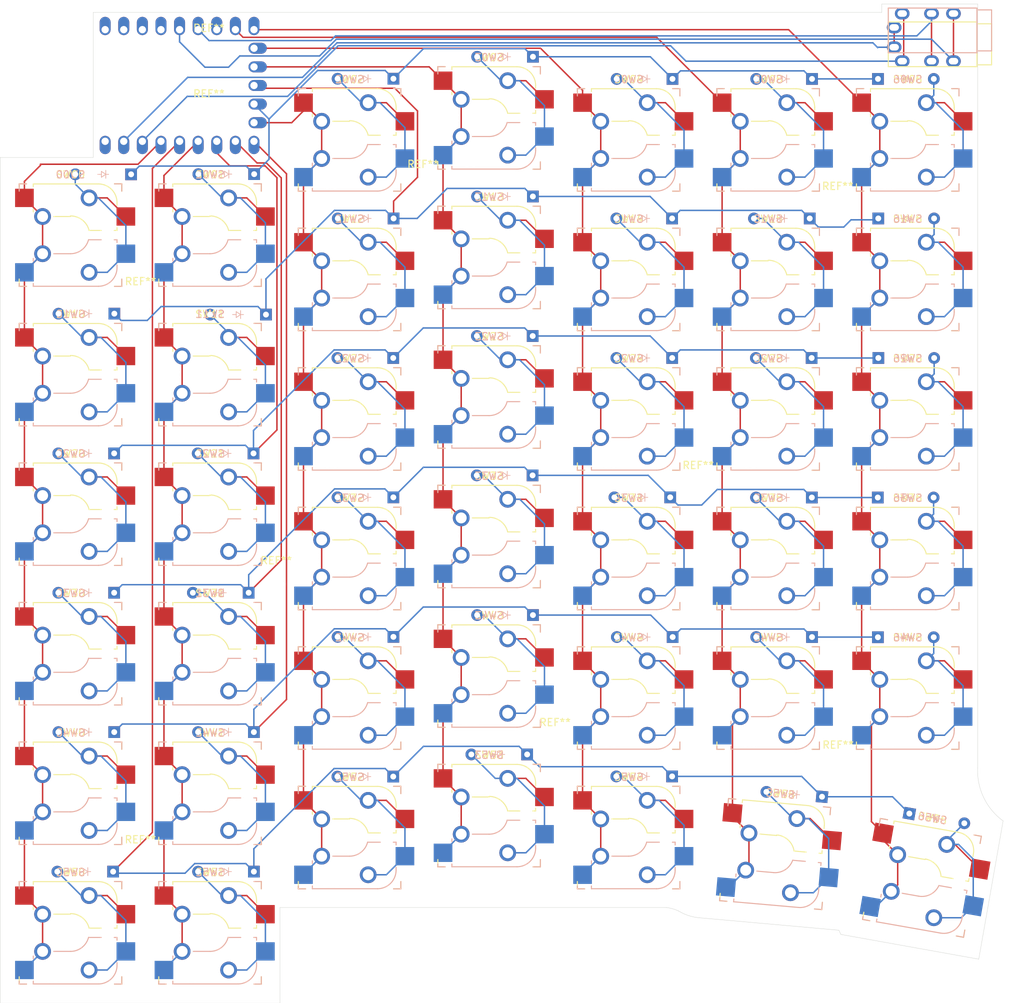
<source format=kicad_pcb>
(kicad_pcb (version 20240108) (generator "pcbnew") (generator_version "8.0")
  (layers (0 "F.Cu" signal) (31 "B.Cu" signal) (36 "B.SilkS" user "B.Silkscreen") (37 "F.SilkS" user "F.Silkscreen") (38 "B.Mask" user) (39 "F.Mask" user) (44 "Edge.Cuts" user))
  (net 0 "")
  (net 1 "Net-(D1-A)")
  (net 2 "/ROW0")
  (net 3 "Net-(D2-A)")
  (net 4 "Net-(D3-A)")
  (net 5 "Net-(D4-A)")
  (net 6 "Net-(D5-A)")
  (net 7 "Net-(D6-A)")
  (net 8 "/ROW1")
  (net 9 "Net-(D7-A)")
  (net 10 "Net-(D8-A)")
  (net 11 "Net-(D9-A)")
  (net 12 "Net-(D10-A)")
  (net 13 "Net-(D11-A)")
  (net 14 "Net-(D12-A)")
  (net 15 "/ROW2")
  (net 16 "Net-(D15-A)")
  (net 17 "Net-(D16-A)")
  (net 18 "Net-(D13-A)")
  (net 19 "Net-(D14-A)")
  (net 20 "Net-(D17-A)")
  (net 21 "Net-(D18-A)")
  (net 22 "/COL2")
  (net 23 "/COL1")
  (net 25 "GND")
  (net 27 "/COL6")
  (net 28 "3V3")
  (net 29 "/COL5")
  (net 30 "/COL4")
  (net 31 "/COL3")
  (net 32 "Net-(D19-A)")
  (net 34 "Net-(D20-A)")
  (net 35 "/RX1")
  (net 37 "Net-(D21-A)")
  (net 39 "Net-(D22-A)")
  (net 40 "/ROW3")
  (net 42 "Net-(D23-A)")
  (net 43 "/TX1")
  (net 44 "Net-(D24-A)")
  (net 45 "Net-(D25-A)")
  (net 46 "Net-(D26-A)")
  (net 47 "Net-(D27-A)")
  (net 48 "Net-(D28-A)")
  (net 49 "Net-(D29-A)")
  (net 50 "/ROW4")
  (net 51 "Net-(D30-A)")
  (net 52 "Net-(D31-A)")
  (net 53 "Net-(D32-A)")
  (net 54 "Net-(D33-A)")
  (net 55 "Net-(D34-A)")
  (net 56 "Net-(D35-A)")
  (net 57 "Net-(D36-A)")
  (net 58 "/ROW5")
  (net 59 "Net-(D37-A)")
  (net 60 "Net-(D38-A)")
  (net 61 "Net-(D39-A)")
  (net 62 "Net-(D40-A)")
  (net 63 "Net-(D41-A)")
  (net 64 "Net-(D42-A)")
  (net 65 "/COL0")
  (footprint "Daprice_Keyswitches:Kailh_socket_MX_optional_reversible_1u" (layer "F.Cu") (at 41.6325 80.05)
    (property "Reference" "SW10")
    (property "Value" "Switch")
  )
  (footprint "Daprice_Keyswitches:Kailh_socket_MX_optional_reversible_1u" (layer "F.Cu") (at 155.9325 124.2)
    (property "Reference" "SW46")
    (property "Value" "Switch")
  )
  (footprint "Daprice_Keyswitches:Kailh_socket_MX_optional_reversible_1u" (layer "F.Cu") (at 60.6825 80.05)
    (property "Reference" "SW11")
    (property "Value" "Switch")
  )
  (footprint "MountingHole:MountingHole_2.2mm_M2" (layer "F.Cu") (at 146.4325 133.8)
    (property "Reference" "REF**")
    (property "Value" "MountingHole_2.2mm_M2")
  )
  (footprint "Daprice_Keyswitches:Kailh_socket_MX_optional_reversible_1u" (layer "F.Cu") (at 98.7825 64.05)
    (property "Reference" "SW13")
    (property "Value" "Switch")
  )
  (footprint "Daprice_Keyswitches:Kailh_socket_MX_optional_reversible_1u" (layer "F.Cu") (at 79.7325 124.2)
    (property "Reference" "SW42")
    (property "Value" "Switch")
  )
  (footprint "Daprice_Keyswitches:Kailh_socket_MX_optional_reversible_1u" (layer "F.Cu") (at 98.7825 83.1)
    (property "Reference" "SW23")
    (property "Value" "Switch")
  )
  (footprint "MountingHole:MountingHole_2.2mm_M2" (layer "F.Cu") (at 51.2075 70.525)
    (property "Reference" "REF**")
    (property "Value" "MountingHole_2.2mm_M2")
  )
  (footprint "Daprice_Keyswitches:Kailh_socket_MX_optional_reversible_1u" (layer "F.Cu") (at 79.7325 86.1)
    (property "Reference" "SW22")
    (property "Value" "Switch")
  )
  (footprint "Daprice_Keyswitches:Kailh_socket_MX_optional_reversible_1u" (layer "F.Cu") (at 98.7825 121.2)
    (property "Reference" "SW43")
    (property "Value" "Switch")
  )
  (footprint "Daprice_Keyswitches:Kailh_socket_MX_optional_reversible_1u" (layer "F.Cu") (at 41.6325 99.1)
    (property "Reference" "SW20")
    (property "Value" "Switch")
  )
  (footprint "MountingHole:MountingHole_2.2mm_M2" (layer "F.Cu") (at 146.3825 57.525)
    (property "Reference" "REF**")
    (property "Value" "MountingHole_2.2mm_M2")
  )
  (footprint "Daprice_Keyswitches:Kailh_socket_MX_optional_reversible_1u" (layer "F.Cu") (at 41.6325 156.25)
    (property "Reference" "SW50")
    (property "Value" "Switch")
  )
  (footprint "MountingHole:MountingHole_2.2mm_M2" (layer "F.Cu") (at 51.1825 146.725)
    (property "Reference" "REF**")
    (property "Value" "MountingHole_2.2mm_M2")
  )
  (footprint "MountingHole:MountingHole_2.7mm_M2.5_DIN965" (layer "F.Cu") (at 60.5325 45.05)
    (property "Reference" "REF**")
    (property "Value" "MountingHole_2.7mm_M2.5_DIN965")
  )
  (footprint "Daprice_Keyswitches:Kailh_socket_MX_optional_reversible_1u" (layer "F.Cu") (at 60.6825 118.15)
    (property "Reference" "SW31")
    (property "Value" "Switch")
  )
  (footprint "Daprice_Keyswitches:Kailh_socket_MX_optional_reversible_1u" (layer "F.Cu") (at 79.7325 67.05)
    (property "Reference" "SW12")
    (property "Value" "Switch")
  )
  (footprint "Daprice_Keyswitches:Kailh_socket_MX_optional_reversible_1u" (layer "F.Cu") (at 79.7325 105.15)
    (property "Reference" "SW32")
    (property "Value" "Switch")
  )
  (footprint "Daprice_Keyswitches:Kailh_socket_MX_optional_reversible_1u" (layer "F.Cu") (at 155.9325 48)
    (property "Reference" "SW06")
    (property "Value" "Switch")
  )
  (footprint "Daprice_Keyswitches:Kailh_socket_MX_optional_reversible_1u" (layer "F.Cu") (at 98.7825 140.25)
    (property "Reference" "SW53")
    (property "Value" "Switch")
  )
  (footprint "MountingHole:MountingHole_2.2mm_M2" (layer "F.Cu") (at 107.7825 130.725)
    (property "Reference" "REF**")
    (property "Value" "MountingHole_2.2mm_M2")
  )
  (footprint "Daprice_Keyswitches:Kailh_socket_MX_optional_reversible_1u" (layer "F.Cu") (at 60.6825 61)
    (property "Reference" "SW01")
    (property "Value" "Switch")
  )
  (footprint "Daprice_Keyswitches:Kailh_socket_MX_optional_reversible_1u" (layer "F.Cu") (at 136.8825 124.2)
    (property "Reference" "SW45")
    (property "Value" "Switch")
  )
  (footprint "Daprice_Keyswitches:Kailh_socket_MX_optional_reversible_1u" (layer "F.Cu") (at 155.9325 86.1)
    (property "Reference" "SW26")
    (property "Value" "Switch")
  )
  (footprint "Daprice_Keyswitches:Kailh_socket_MX_optional_reversible_1u" (layer "F.Cu") (at 137.8325 145.5 -5)
    (property "Reference" "SW55")
    (property "Value" "Switch")
  )
  (footprint "MountingHole:MountingHole_2.2mm_M2" (layer "F.Cu") (at 69.7325 108.625)
    (property "Reference" "REF**")
    (property "Value" "MountingHole_2.2mm_M2")
  )
  (footprint "Daprice_Keyswitches:Kailh_socket_MX_optional_reversible_1u" (layer "F.Cu") (at 136.8825 105.15)
    (property "Reference" "SW35")
    (property "Value" "Switch")
  )
  (footprint "MountingHole:MountingHole_2.7mm_M2.5_DIN965" (layer "F.Cu") (at 60.5325 36.1)
    (property "Reference" "REF**")
    (property "Value" "MountingHole_2.7mm_M2.5_DIN965")
  )
  (footprint "Daprice_Keyswitches:Kailh_socket_MX_optional_reversible_1u" (layer "F.Cu") (at 98.7825 45)
    (property "Reference" "SW03")
    (property "Value" "Switch")
  )
  (footprint "Daprice_Keyswitches:Kailh_socket_MX_optional_reversible_1u" (layer "F.Cu") (at 41.6325 137.2)
    (property "Reference" "SW40")
    (property "Value" "Switch")
  )
  (footprint "Daprice_Keyswitches:Kailh_socket_MX_optional_reversible_1u" (layer "F.Cu") (at 117.8325 124.2)
    (property "Reference" "SW44")
    (property "Value" "Switch")
  )
  (footprint "Daprice_Keyswitches:Kailh_socket_MX_optional_reversible_1u" (layer "F.Cu") (at 98.7825 102.15)
    (property "Reference" "SW33")
    (property "Value" "Switch")
  )
  (footprint "Daprice_Keyswitches:Kailh_socket_MX_optional_reversible_1u" (layer "F.Cu") (at 157.87594 148.75 -10)
    (property "Reference" "SW56")
    (property "Value" "Switch")
  )
  (footprint "Daprice_Keyswitches:Kailh_socket_MX_optional_reversible_1u" (layer "F.Cu") (at 60.6825 137.2)
    (property "Reference" "SW41")
    (property "Value" "Switch")
  )
  (footprint "Daprice_Keyswitches:Kailh_socket_MX_optional_reversible_1u" (layer "F.Cu") (at 117.8325 48)
    (property "Reference" "SW04")
    (property "Value" "Switch")
  )
  (footprint "ScottoKeebs_MCU:RP2040_Zero" (layer "F.Cu") (at 56.5225 40.57 90)
    (property "Reference" "U1" (hide yes))
    (property "Value" "RP2040_Zero" (hide yes))
  )
  (footprint "Daprice_Keyswitches:Kailh_socket_MX_optional_reversible_1u" (layer "F.Cu") (at 41.6325 118.15)
    (property "Reference" "SW30")
    (property "Value" "Switch")
  )
  (footprint "Daprice_Keyswitches:Kailh_socket_MX_optional_reversible_1u" (layer "F.Cu") (at 117.8325 86.1)
    (property "Reference" "SW24")
    (property "Value" "Switch")
  )
  (footprint "Daprice_Keyswitches:Kailh_socket_MX_optional_reversible_1u" (layer "F.Cu") (at 155.9325 67.05)
    (property "Reference" "SW16")
    (property "Value" "Switch")
  )
  (footprint "MountingHole:MountingHole_2.2mm_M2" (layer "F.Cu") (at 89.7575 54.525)
    (property "Reference" "REF**")
    (property "Value" "MountingHole_2.2mm_M2")
  )
  (footprint "Daprice_Keyswitches:Kailh_socket_MX_optional_reversible_1u" (layer "F.Cu") (at 41.6325 61)
    (property "Reference" "SW00")
    (property "Value" "Switch")
  )
  (footprint "MountingHole:MountingHole_2.2mm_M2" (layer "F.Cu") (at 127.3325 95.625)
    (property "Reference" "REF**")
    (property "Value" "MountingHole_2.2mm_M2")
  )
  (footprint "Daprice_Keyswitches:Kailh_socket_MX_optional_reversible_1u" (layer "F.Cu") (at 79.7325 143.25)
    (property "Reference" "SW52")
    (property "Value" "Switch")
  )
  (footprint "Daprice_Keyswitches:Kailh_socket_MX_optional_reversible_1u" (layer "F.Cu") (at 136.8825 86.1)
    (property "Reference" "SW25")
    (property "Value" "Switch")
  )
  (footprint "Daprice_Keyswitches:Kailh_socket_MX_optional_reversible_1u" (layer "F.Cu") (at 117.8325 67.05)
    (property "Reference" "SW14")
    (property "Value" "Switch")
  )
  (footprint "Daprice_Keyswitches:Kailh_socket_MX_optional_reversible_1u" (layer "F.Cu") (at 155.9325 105.15)
    (property "Reference" "SW36")
    (property "Value" "Switch")
  )
  (footprint "Daprice_Keyswitches:Kailh_socket_MX_optional_reversible_1u" (layer "F.Cu") (at 60.6825 99.1)
    (property "Reference" "SW21")
    (property "Value" "Switch")
  )
  (footprint "Daprice_Keyswitches:Kailh_socket_MX_optional_reversible_1u" (layer "F.Cu") (at 117.8325 105.15)
    (property "Reference" "SW34")
    (property "Value" "Switch")
  )
  (footprint "Daprice_Keyswitches:Kailh_socket_MX_optional_reversible_1u" (layer "F.Cu") (at 136.8825 48)
    (property "Reference" "SW05")
    (property "Value" "Switch")
  )
  (footprint "Daprice_Keyswitches:Kailh_socket_MX_optional_reversible_1u" (layer "F.Cu") (at 136.8825 67.05)
    (property "Reference" "SW15")
    (property "Value" "Switch")
  )
  (footprint "Daprice_Keyswitches:Kailh_socket_MX_optional_reversible_1u" (layer "F.Cu") (at 60.6825 156.25)
    (property "Reference" "SW51")
    (property "Value" "Switch")
  )
  (footprint "ScottoKeebs_Components:TRRS_PJ-320A" (layer "F.Cu") (at 165.3825 34.95 -90)
    (property "Reference" "U2")
    (property "Value" "TRRS Front")
  )
  (footprint "Daprice_Keyswitches:Kailh_socket_MX_optional_reversible_1u" (layer "F.Cu") (at 79.7325 48)
    (property "Reference" "SW02")
    (property "Value" "Switch")
  )
  (footprint "Daprice_Keyswitches:Kailh_socket_MX_optional_reversible_1u" (layer "F.Cu") (at 117.8325 143.25)
    (property "Reference" "SW54")
    (property "Value" "Switch")
  )
  (footprint "ScottoKeebs_Components:Diode_DO-35" (layer "B.Cu") (at 123.7675 134.9 180)
    (property "Reference" "D40" (hide yes))
    (property "Value" "D" (hide yes))
  )
  (footprint "ScottoKeebs_Components:Diode_DO-35" (layer "B.Cu") (at 47.6025 128.85 180)
    (property "Reference" "D29" (hide yes))
    (property "Value" "D" (hide yes))
  )
  (footprint "ScottoKeebs_Components:Diode_DO-35" (layer "B.Cu") (at 66.7075 52.675 180)
    (property "Reference" "D1" (hide yes))
    (property "Value" "D" (hide yes))
  )
  (footprint "ScottoKeebs_Components:Diode_DO-35" (layer "B.Cu") (at 156.155383 139.975 -10)
    (property "Reference" "D42" (hide yes))
    (property "Value" "D" (hide yes))
  )
  (footprint "ScottoKeebs_Components:TRRS_PJ-320A" (layer "B.Cu") (at 165.3825 33.05 90)
    (property "Reference" "U3")
    (property "Value" "TRRS Back")
  )
  (footprint "ScottoKeebs_Components:Diode_DO-35" (layer "B.Cu") (at 151.9225 77.775)
    (property "Reference" "D21" (hide yes))
    (property "Value" "D" (hide yes))
  )
  (footprint "ScottoKeebs_Components:Diode_DO-35" (layer "B.Cu") (at 123.8175 39.675 180)
    (property "Reference" "D4" (hide yes))
    (property "Value" "D" (hide yes))
  )
  (footprint "ScottoKeebs_Components:Diode_DO-35" (layer "B.Cu") (at 47.6175 71.725 180)
    (property "Reference" "D14" (hide yes))
    (property "Value" "D" (hide yes))
  )
  (footprint "ScottoKeebs_Components:Diode_DO-35" (layer "B.Cu") (at 123.5075 96.8 180)
    (property "Reference" "D26" (hide yes))
    (property "Value" "D" (hide yes))
  )
  (footprint "ScottoKeebs_Components:Diode_DO-35" (layer "B.Cu") (at 151.9125 58.725)
    (property "Reference" "D12" (hide yes))
    (property "Value" "D" (hide yes))
  )
  (footprint "ScottoKeebs_Components:Diode_DO-35" (layer "B.Cu") (at 85.7425 58.725 180)
    (property "Reference" "D8" (hide yes))
    (property "Value" "D" (hide yes))
  )
  (footprint "ScottoKeebs_Components:Diode_DO-35" (layer "B.Cu") (at 142.8675 39.675 180)
    (property "Reference" "D5" (hide yes))
    (property "Value" "D" (hide yes))
  )
  (footprint "ScottoKeebs_Components:Diode_DO-35" (layer "B.Cu") (at 142.5575 58.725 180)
    (property "Reference" "D11" (hide yes))
    (property "Value" "D" (hide yes))
  )
  (footprint "ScottoKeebs_Components:Diode_DO-35" (layer "B.Cu") (at 104.7675 36.65 180)
    (property "Reference" "D3" (hide yes))
    (property "Value" "D" (hide yes))
  )
  (footprint "ScottoKeebs_Components:Diode_DO-35" (layer "B.Cu") (at 151.8625 115.9)
    (property "Reference" "D35" (hide yes))
    (property "Value" "D" (hide yes))
  )
  (footprint "ScottoKeebs_Components:Diode_DO-35" (layer "B.Cu") (at 104.7175 93.8 180)
    (property "Reference" "D25" (hide yes))
    (property "Value" "D" (hide yes))
  )
  (footprint "ScottoKeebs_Components:Diode_DO-35" (layer "B.Cu") (at 85.7175 115.85 180)
    (property "Reference" "D31" (hide yes))
    (property "Value" "D" (hide yes))
  )
  (footprint "ScottoKeebs_Components:Diode_DO-35" (layer "B.Cu") (at 142.8175 77.775 180)
    (property "Reference" "D20" (hide yes))
    (property "Value" "D" (hide yes))
  )
  (footprint "ScottoKeebs_Components:Diode_DO-35" (layer "B.Cu") (at 104.7325 74.775 180)
    (property "Reference" "D18" (hide yes))
    (property "Value" "D" (hide yes))
  )
  (footprint "ScottoKeebs_Components:Diode_DO-35" (layer "B.Cu") (at 103.9775 131.9 180)
    (property "Reference" "D39" (hide yes))
    (property "Value" "D" (hide yes))
  )
  (footprint "ScottoKeebs_Components:Diode_DO-35" (layer "B.Cu") (at 68.3175 71.85 180)
    (property "Reference" "D7" (hide yes))
    (property "Value" "D" (hide yes))
  )
  (footprint "ScottoKeebs_Components:Diode_DO-35" (layer "B.Cu") (at 47.5925 90.8 180)
    (property "Reference" "D15" (hide yes))
    (property "Value" "D" (hide yes))
  )
  (footprint "ScottoKeebs_Components:Diode_DO-35" (layer "B.Cu") (at 123.7675 58.725 180)
    (property "Reference" "D10" (hide yes))
    (property "Value" "D" (hide yes))
  )
  (footprint "ScottoKeebs_Components:Diode_DO-35" (layer "B.Cu") (at 151.8475 96.825)
    (property "Reference" "D28" (hide yes))
    (property "Value" "D" (hide yes))
  )
  (footprint "ScottoKeebs_Components:Diode_DO-35" (layer "B.Cu") (at 47.5925 109.825 180)
    (property "Reference" "D22" (hide yes))
    (property "Value" "D" (hide yes))
  )
  (footprint "ScottoKeebs_Components:Diode_DO-35" (layer "B.Cu") (at 85.7175 39.65 180)
    (property "Reference" "D2" (hide yes))
    (property "Value" "D" (hide yes))
  )
  (footprint "ScottoKeebs_Components:Diode_DO-35" (layer "B.Cu") (at 49.9075 52.7 180)
    (property "Reference" "D13" (hide yes))
    (property "Value" "D" (hide yes))
  )
  (footprint "ScottoKeebs_Components:Diode_DO-35" (layer "B.Cu") (at 104.7575 55.725 180)
    (property "Reference" "D9" (hide yes))
    (property "Value" "D" (hide yes))
  )
  (footprint "ScottoKeebs_Components:Diode_DO-35" (layer "B.Cu") (at 66.6675 147.9 180)
    (property "Reference" "D37" (hide yes))
    (property "Value" "D" (hide yes))
  )
  (footprint "ScottoKeebs_Components:Diode_DO-35" (layer "B.Cu") (at 85.7075 96.8 180)
    (property "Reference" "D24" (hide yes))
    (property "Value" "D" (hide yes))
  )
  (footprint "ScottoKeebs_Components:Diode_DO-35" (layer "B.Cu") (at 144.2325 137.675 175)
    (property "Reference" "D41" (hide yes))
    (property "Value" "D" (hide yes))
  )
  (footprint "ScottoKeebs_Components:Diode_DO-35" (layer "B.Cu") (at 47.4525 147.9 180)
    (property "Reference" "D36" (hide yes))
    (property "Value" "D" (hide yes))
  )
  (footprint "ScottoKeebs_Components:Diode_DO-35" (layer "B.Cu") (at 123.8425 115.875 180)
    (property "Reference" "D33" (hide yes))
    (property "Value" "D" (hide yes))
  )
  (footprint "ScottoKeebs_Components:Diode_DO-35" (layer "B.Cu") (at 142.8675 115.875 180)
    (property "Reference" "D34" (hide yes))
    (property "Value" "D" (hide yes))
  )
  (footprint "ScottoKeebs_Components:Diode_DO-35" (layer "B.Cu") (at 151.8725 39.675)
    (property "Reference" "D6" (hide yes))
    (property "Value" "D" (hide yes))
  )
  (footprint "ScottoKeebs_Components:Diode_DO-35" (layer "B.Cu") (at 123.7775 77.775 180)
    (property "Reference" "D19" (hide yes))
    (property "Value" "D" (hide yes))
  )
  (footprint "ScottoKeebs_Components:Diode_DO-35" (layer "B.Cu") (at 85.6925 134.925 180)
    (property "Reference" "D38" (hide yes))
    (property "Value" "D" (hide yes))
  )
  (footprint "ScottoKeebs_Components:Diode_DO-35" (layer "B.Cu") (at 66.6175 90.8 180)
    (property "Reference" "D16" (hide yes))
    (property "Value" "D" (hide yes))
  )
  (footprint "ScottoKeebs_Components:Diode_DO-35" (layer "B.Cu") (at 104.7675 112.875 180)
    (property "Reference" "D32" (hide yes))
    (property "Value" "D" (hide yes))
  )
  (footprint "ScottoKeebs_Components:Diode_DO-35" (layer "B.Cu") (at 66.6675 128.85 180)
    (property "Reference" "D30" (hide yes))
    (property "Value" "D" (hide yes))
  )
  (footprint "ScottoKeebs_Components:Diode_DO-35" (layer "B.Cu") (at 65.9575 109.825 180)
    (property "Reference" "D23" (hide yes))
    (property "Value" "D" (hide yes))
  )
  (footprint "ScottoKeebs_Components:Diode_DO-35" (layer "B.Cu") (at 85.6925 77.775 180)
    (property "Reference" "D17" (hide yes))
    (property "Value" "D" (hide yes))
  )
  (footprint "ScottoKeebs_Components:Diode_DO-35" (layer "B.Cu") (at 142.8425 96.825 180)
    (property "Reference" "D27" (hide yes))
    (property "Value" "D" (hide yes))
  )
  (gr_line (start 146.8075 156.475) (end 165.6325 159.85) (stroke (width 0.05)) (layer "Edge.Cuts"))
  (gr_arc (start 123 152.8) (mid 123.846504 152.973358) (end 124.65441 153.279807) (stroke (width 0.05)) (layer "Edge.Cuts"))
  (gr_line (start 32.0325 165.85) (end 32.0325 50.4) (stroke (width 0.05)) (layer "Edge.Cuts"))
  (gr_arc (start 127.4825 154.199999) (mid 126.01657 153.899364) (end 124.65441 153.279807) (stroke (width 0.05)) (layer "Edge.Cuts"))
  (gr_line (start 32.0325 50.4) (end 44.7325 50.4) (stroke (width 0.05)) (layer "Edge.Cuts"))
  (gr_line (start 165.4825 133.7) (end 165.4825 29.45) (stroke (width 0.05)) (layer "Edge.Cuts"))
  (gr_line (start 32.0325 165.85) (end 70.2325 165.85) (stroke (width 0.05)) (layer "Edge.Cuts"))
  (gr_line (start 165.4825 29.45) (end 152.4 29.45) (stroke (width 0.05)) (layer "Edge.Cuts"))
  (gr_line (start 152.4 29.45) (end 152.4 30.599937) (stroke (width 0.05)) (layer "Edge.Cuts"))
  (gr_line (start 127.4825 154.2) (end 146.5325 155.9) (stroke (width 0.05)) (layer "Edge.Cuts"))
  (gr_line (start 146.8075 156.475) (end 146.5325 155.9) (stroke (width 0.05)) (layer "Edge.Cuts"))
  (gr_line (start 70.2325 152.8) (end 123 152.8) (stroke (width 0.05)) (layer "Edge.Cuts"))
  (gr_line (start 70.2325 165.85) (end 70.2325 152.8) (stroke (width 0.05)) (layer "Edge.Cuts"))
  (gr_line (start 44.7325 50.4) (end 44.7325 30.599937) (stroke (width 0.05)) (layer "Edge.Cuts"))
  (gr_line (start 44.7325 30.599937) (end 152.4 30.599937) (stroke (width 0.05)) (layer "Edge.Cuts"))
  (gr_arc (start 168.9575 140.975) (mid 166.301605 137.776184) (end 165.4825 133.7) (stroke (width 0.05)) (layer "Edge.Cuts"))
  (gr_line (start 165.6325 159.85) (end 168.9575 140.975) (stroke (width 0.05)) (layer "Edge.Cuts"))
  (segment (start 68.2425 58.46) (end 65.7025 55.92) (width 0.2) (layer "F.Cu") (net 1))
  (segment (start 65.7025 55.92) (end 63.2225 55.92) (width 0.2) (layer "F.Cu") (net 1))
  (segment (start 59.0875 52.675) (end 62.3325 55.92) (width 0.2) (layer "B.Cu") (net 1))
  (segment (start 63.2225 55.92) (end 64.838946 55.92) (width 0.2) (layer "B.Cu") (net 1))
  (segment (start 68.2425 63.54) (end 65.7025 66.08) (width 0.2) (layer "B.Cu") (net 1))
  (segment (start 62.3325 55.92) (end 63.2225 55.92) (width 0.2) (layer "B.Cu") (net 1))
  (segment (start 65.7025 66.08) (end 63.2225 66.08) (width 0.2) (layer "B.Cu") (net 1))
  (segment (start 64.838946 55.92) (end 68.2425 59.323554) (width 0.2) (layer "B.Cu") (net 1))
  (segment (start 68.2425 59.323554) (end 68.2425 63.54) (width 0.2) (layer "B.Cu") (net 1))
  (segment (start 123.8175 39.675) (end 124.9175 38.575) (width 0.2) (layer "B.Cu") (net 2))
  (segment (start 104.7675 36.65) (end 120.7925 36.65) (width 0.2) (layer "B.Cu") (net 2))
  (segment (start 89.8175 35.55) (end 103.6675 35.55) (width 0.2) (layer "B.Cu") (net 2))
  (segment (start 68.7325 50.65) (end 66.7075 52.675) (width 0.2) (layer "B.Cu") (net 2))
  (segment (start 142.8675 39.675) (end 151.8725 39.675) (width 0.2) (layer "B.Cu") (net 2))
  (segment (start 51.0325 51.575) (end 65.6075 51.575) (width 0.2) (layer "B.Cu") (net 2))
  (segment (start 103.6675 35.55) (end 104.7675 36.65) (width 0.2) (layer "B.Cu") (net 2))
  (segment (start 68.7325 45.16) (end 68.7325 50.65) (width 0.2) (layer "B.Cu") (net 2))
  (segment (start 85.7175 39.65) (end 89.8175 35.55) (width 0.2) (layer "B.Cu") (net 2))
  (segment (start 120.7925 36.65) (end 123.8175 39.675) (width 0.2) (layer "B.Cu") (net 2))
  (segment (start 66.6825 43.11) (end 68.7325 45.16) (width 0.2) (layer "B.Cu") (net 2))
  (segment (start 124.9175 38.575) (end 141.7675 38.575) (width 0.2) (layer "B.Cu") (net 2))
  (segment (start 75.3675 38.525) (end 84.5925 38.525) (width 0.2) (layer "B.Cu") (net 2))
  (segment (start 84.5925 38.525) (end 85.7175 39.65) (width 0.2) (layer "B.Cu") (net 2))
  (segment (start 141.7675 38.575) (end 142.8675 39.675) (width 0.2) (layer "B.Cu") (net 2))
  (segment (start 68.7325 45.16) (end 75.3675 38.525) (width 0.2) (layer "B.Cu") (net 2))
  (segment (start 49.9075 52.7) (end 51.0325 51.575) (width 0.2) (layer "B.Cu") (net 2))
  (segment (start 65.6075 51.575) (end 66.7075 52.675) (width 0.2) (layer "B.Cu") (net 2))
  (segment (start 87.2925 45.46) (end 84.7525 42.92) (width 0.2) (layer "F.Cu") (net 3))
  (segment (start 84.7525 42.92) (end 82.2725 42.92) (width 0.2) (layer "F.Cu") (net 3))
  (segment (start 81.3675 42.92) (end 82.2725 42.92) (width 0.2) (layer "B.Cu") (net 3))
  (segment (start 87.2925 46.323554) (end 87.2925 50.54) (width 0.2) (layer "B.Cu") (net 3))
  (segment (start 78.0975 39.65) (end 81.3675 42.92) (width 0.2) (layer "B.Cu") (net 3))
  (segment (start 87.2925 50.54) (end 84.7525 53.08) (width 0.2) (layer "B.Cu") (net 3))
  (segment (start 84.7525 53.08) (end 82.2725 53.08) (width 0.2) (layer "B.Cu") (net 3))
  (segment (start 82.2725 42.92) (end 83.888946 42.92) (width 0.2) (layer "B.Cu") (net 3))
  (segment (start 83.888946 42.92) (end 87.2925 46.323554) (width 0.2) (layer "B.Cu") (net 3))
  (segment (start 103.8025 39.92) (end 101.3225 39.92) (width 0.2) (layer "F.Cu") (net 4))
  (segment (start 106.3425 42.46) (end 103.8025 39.92) (width 0.2) (layer "F.Cu") (net 4))
  (segment (start 102.938946 39.92) (end 106.3425 43.323554) (width 0.2) (layer "B.Cu") (net 4))
  (segment (start 106.3425 47.54) (end 103.8025 50.08) (width 0.2) (layer "B.Cu") (net 4))
  (segment (start 101.3225 39.92) (end 102.938946 39.92) (width 0.2) (layer "B.Cu") (net 4))
  (segment (start 100.4175 39.92) (end 101.3225 39.92) (width 0.2) (layer "B.Cu") (net 4))
  (segment (start 103.8025 50.08) (end 101.3225 50.08) (width 0.2) (layer "B.Cu") (net 4))
  (segment (start 97.1475 36.65) (end 100.4175 39.92) (width 0.2) (layer "B.Cu") (net 4))
  (segment (start 106.3425 43.323554) (end 106.3425 47.54) (width 0.2) (layer "B.Cu") (net 4))
  (segment (start 122.8525 42.92) (end 120.3725 42.92) (width 0.2) (layer "F.Cu") (net 5))
  (segment (start 125.3925 45.46) (end 122.8525 42.92) (width 0.2) (layer "F.Cu") (net 5))
  (segment (start 117.1275 39.675) (end 116.1975 39.675) (width 0.2) (layer "B.Cu") (net 5))
  (segment (start 125.3925 50.54) (end 125.3925 46.678558) (width 0.2) (layer "B.Cu") (net 5))
  (segment (start 125.3925 46.678558) (end 121.633942 42.92) (width 0.2) (layer "B.Cu") (net 5))
  (segment (start 120.3725 53.08) (end 122.8525 53.08) (width 0.2) (layer "B.Cu") (net 5))
  (segment (start 120.3725 42.92) (end 117.1275 39.675) (width 0.2) (layer "B.Cu") (net 5))
  (segment (start 121.633942 42.92) (end 120.3725 42.92) (width 0.2) (layer "B.Cu") (net 5))
  (segment (start 122.8525 53.08) (end 125.3925 50.54) (width 0.2) (layer "B.Cu") (net 5))
  (segment (start 141.9025 42.92) (end 139.4225 42.92) (width 0.2) (layer "F.Cu") (net 6))
  (segment (start 144.4425 45.46) (end 141.9025 42.92) (width 0.2) (layer "F.Cu") (net 6))
  (segment (start 139.4225 53.08) (end 141.9025 53.08) (width 0.2) (layer "B.Cu") (net 6))
  (segment (start 144.4425 50.54) (end 144.4425 46.678558) (width 0.2) (layer "B.Cu") (net 6))
  (segment (start 141.9025 53.08) (end 144.4425 50.54) (width 0.2) (layer "B.Cu") (net 6))
  (segment (start 144.4425 46.678558) (end 140.683942 42.92) (width 0.2) (layer "B.Cu") (net 6))
  (segment (start 140.683942 42.92) (end 139.4225 42.92) (width 0.2) (layer "B.Cu") (net 6))
  (segment (start 136.1775 39.675) (end 135.2475 39.675) (width 0.2) (layer "B.Cu") (net 6))
  (segment (start 139.4225 42.92) (end 136.1775 39.675) (width 0.2) (layer "B.Cu") (net 6))
  (segment (start 163.4925 45.46) (end 160.9525 42.92) (width 0.2) (layer "F.Cu") (net 7))
  (segment (start 160.9525 42.92) (end 158.4725 42.92) (width 0.2) (layer "F.Cu") (net 7))
  (segment (start 160.9525 53.08) (end 163.4925 50.54) (width 0.2) (layer "B.Cu") (net 7))
  (segment (start 159.733942 42.92) (end 158.4725 42.92) (width 0.2) (layer "B.Cu") (net 7))
  (segment (start 163.4925 50.54) (end 163.4925 46.678558) (width 0.2) (layer "B.Cu") (net 7))
  (segment (start 159.4925 41.9) (end 158.4725 42.92) (width 0.2) (layer "B.Cu") (net 7))
  (segment (start 158.4725 53.08) (end 160.9525 53.08) (width 0.2) (layer "B.Cu") (net 7))
  (segment (start 163.4925 46.678558) (end 159.733942 42.92) (width 0.2) (layer "B.Cu") (net 7))
  (segment (start 159.4925 39.675) (end 159.4925 41.9) (width 0.2) (layer "B.Cu") (net 7))
  (segment (start 85.9075 40.95) (end 89.0075 44.05) (width 0.2) (layer "F.Cu") (net 8))
  (segment (start 89.0075 53.1) (end 85.7425 56.365) (width 0.2) (layer "F.Cu") (net 8))
  (segment (start 67.0625 40.95) (end 85.9075 40.95) (width 0.2) (layer "F.Cu") (net 8))
  (segment (start 89.0075 44.05) (end 89.0075 53.1) (width 0.2) (layer "F.Cu") (net 8))
  (segment (start 85.7425 56.365) (end 85.7425 58.725) (width 0.2) (layer "F.Cu") (net 8))
  (segment (start 66.6825 40.57) (end 67.0625 40.95) (width 0.2) (layer "F.Cu") (net 8))
  (segment (start 123.7675 58.725) (end 120.7675 55.725) (width 0.2) (layer "B.Cu") (net 8))
  (segment (start 93.0575 54.625) (end 88.9575 58.725) (width 0.2) (layer "B.Cu") (net 8))
  (segment (start 151.7225 58.915) (end 148.1925 58.915) (width 0.2) (layer "B.Cu") (net 8))
  (segment (start 104.7575 55.725) (end 103.6575 54.625) (width 0.2) (layer "B.Cu") (net 8))
  (segment (start 77.666865 57.625) (end 68.3175 66.974365) (width 0.2) (layer "B.Cu") (net 8))
  (segment (start 124.8675 57.625) (end 123.7675 58.725) (width 0.2) (layer "B.Cu") (net 8))
  (segment (start 48.5425 72.65) (end 47.6175 71.725) (width 0.2) (layer "B.Cu") (net 8))
  (segment (start 148.1925 58.915) (end 147.2075 59.9) (width 0.2) (layer "B.Cu") (net 8))
  (segment (start 103.6575 54.625) (end 93.0575 54.625) (width 0.2) (layer "B.Cu") (net 8))
  (segment (start 85.7425 58.725) (end 84.6425 57.625) (width 0.2) (layer "B.Cu") (net 8))
  (segment (start 141.4575 57.625) (end 124.8675 57.625) (width 0.2) (layer "B.Cu") (net 8))
  (segment (start 68.3175 71.85) (end 67.2175 70.75) (width 0.2) (layer "B.Cu") (net 8))
  (segment (start 142.5575 58.725) (end 141.4575 57.625) (width 0.2) (layer "B.Cu") (net 8))
  (segment (start 84.6425 57.625) (end 77.666865 57.625) (width 0.2) (layer "B.Cu") (net 8))
  (segment (start 67.2175 70.75) (end 54.0075 70.75) (width 0.2) (layer "B.Cu") (net 8))
  (segment (start 52.1075 72.65) (end 48.5425 72.65) (width 0.2) (layer "B.Cu") (net 8))
  (segment (start 151.9125 58.725) (end 151.7225 58.915) (width 0.2) (layer "B.Cu") (net 8))
  (segment (start 120.7675 55.725) (end 104.7575 55.725) (width 0.2) (layer "B.Cu") (net 8))
  (segment (start 88.9575 58.725) (end 85.7425 58.725) (width 0.2) (layer "B.Cu") (net 8))
  (segment (start 147.2075 59.9) (end 143.7325 59.9) (width 0.2) (layer "B.Cu") (net 8))
  (segment (start 68.3175 66.974365) (end 68.3175 71.85) (width 0.2) (layer "B.Cu") (net 8))
  (segment (start 143.7325 59.9) (end 142.5575 58.725) (width 0.2) (layer "B.Cu") (net 8))
  (segment (start 54.0075 70.75) (end 52.1075 72.65) (width 0.2) (layer "B.Cu") (net 8))
  (segment (start 63.2225 74.97) (end 65.7025 74.97) (width 0.2) (layer "F.Cu") (net 9))
  (segment (start 65.7025 74.97) (end 68.2425 77.51) (width 0.2) (layer "F.Cu") (net 9))
  (segment (start 63.2225 74.375) (end 63.2225 74.97) (width 0.2) (layer "B.Cu") (net 9))
  (segment (start 64.483942 74.97) (end 68.2425 78.728558) (width 0.2) (layer "B.Cu") (net 9))
  (segment (start 60.6975 71.85) (end 63.2225 74.375) (width 0.2) (layer "B.Cu") (net 9))
  (segment (start 65.7025 85.13) (end 63.2225 85.13) (width 0.2) (layer "B.Cu") (net 9))
  (segment (start 63.2225 74.97) (end 64.483942 74.97) (width 0.2) (layer "B.Cu") (net 9))
  (segment (start 68.2425 78.728558) (end 68.2425 82.59) (width 0.2) (layer "B.Cu") (net 9))
  (segment (start 68.2425 82.59) (end 65.7025 85.13) (width 0.2) (layer "B.Cu") (net 9))
  (segment (start 87.2925 64.51) (end 84.7525 61.97) (width 0.2) (layer "F.Cu") (net 10))
  (segment (start 84.7525 61.97) (end 82.2725 61.97) (width 0.2) (layer "F.Cu") (net 10))
  (segment (start 87.2925 65.373554) (end 87.2925 69.59) (width 0.2) (layer "B.Cu") (net 10))
  (segment (start 81.3675 61.97) (end 82.2725 61.97) (width 0.2) (layer "B.Cu") (net 10))
  (segment (start 82.2725 61.97) (end 83.888946 61.97) (width 0.2) (layer "B.Cu") (net 10))
  (segment (start 87.2925 69.59) (end 84.7525 72.13) (width 0.2) (layer "B.Cu") (net 10))
  (segment (start 83.888946 61.97) (end 87.2925 65.373554) (width 0.2) (layer "B.Cu") (net 10))
  (segment (start 84.7525 72.13) (end 82.2725 72.13) (width 0.2) (layer "B.Cu") (net 10))
  (segment (start 78.1225 58.725) (end 81.3675 61.97) (width 0.2) (layer "B.Cu") (net 10))
  (segment (start 101.3225 58.97) (end 103.8025 58.97) (width 0.2) (layer "F.Cu") (net 11))
  (segment (start 103.8025 58.97) (end 106.3425 61.51) (width 0.2) (layer "F.Cu") (net 11))
  (segment (start 106.3425 66.59) (end 103.8025 69.13) (width 0.2) (layer "B.Cu") (net 11))
  (segment (start 102.938946 58.97) (end 106.3425 62.373554) (width 0.2) (layer "B.Cu") (net 11))
  (segment (start 97.1375 55.725) (end 100.3825 58.97) (width 0.2) (layer "B.Cu") (net 11))
  (segment (start 103.8025 69.13) (end 101.3225 69.13) (width 0.2) (layer "B.Cu") (net 11))
  (segment (start 100.3825 58.97) (end 101.3225 58.97) (width 0.2) (layer "B.Cu") (net 11))
  (segment (start 101.3225 58.97) (end 102.938946 58.97) (width 0.2) (layer "B.Cu") (net 11))
  (segment (start 106.3425 62.373554) (end 106.3425 66.59) (width 0.2) (layer "B.Cu") (net 11))
  (segment (start 120.3725 61.97) (end 122.8525 61.97) (width 0.2) (layer "F.Cu") (net 12))
  (segment (start 122.8525 61.97) (end 125.3925 64.51) (width 0.2) (layer "F.Cu") (net 12))
  (segment (start 120.3725 61.97) (end 121.988946 61.97) (width 0.2) (layer "B.Cu") (net 12))
  (segment (start 119.3925 61.97) (end 120.3725 61.97) (width 0.2) (layer "B.Cu") (net 12))
  (segment (start 121.988946 61.97) (end 125.3925 65.373554) (width 0.2) (layer "B.Cu") (net 12))
  (segment (start 116.1475 58.725) (end 119.3925 61.97) (width 0.2) (layer "B.Cu") (net 12))
  (segment (start 125.3925 69.59) (end 122.8525 72.13) (width 0.2) (layer "B.Cu") (net 12))
  (segment (start 125.3925 65.373554) (end 125.3925 69.59) (width 0.2) (layer "B.Cu") (net 12))
  (segment (start 122.8525 72.13) (end 120.3725 72.13) (width 0.2) (layer "B.Cu") (net 12))
  (segment (start 144.4425 64.51) (end 141.9025 61.97) (width 0.2) (layer "F.Cu") (net 13))
  (segment (start 141.9025 61.97) (end 139.4225 61.97) (width 0.2) (layer "F.Cu") (net 13))
  (segment (start 141.038946 61.97) (end 144.4425 65.373554) (width 0.2) (layer "B.Cu") (net 13))
  (segment (start 144.4425 69.59) (end 141.9025 72.13) (width 0.2) (layer "B.Cu") (net 13))
  (segment (start 144.4425 65.373554) (end 144.4425 69.59) (width 0.2) (layer "B.Cu") (net 13))
  (segment (start 134.9375 58.725) (end 136.1775 58.725) (width 0.2) (layer "B.Cu") (net 13))
  (segment (start 141.9025 72.13) (end 139.4225 72.13) (width 0.2) (layer "B.Cu") (net 13))
  (segment (start 136.1775 58.725) (end 139.4225 61.97) (width 0.2) (layer "B.Cu") (net 13))
  (segment (start 139.4225 61.97) (end 141.038946 61.97) (width 0.2) (layer "B.Cu") (net 13))
  (segment (start 163.4925 64.51) (end 160.9525 61.97) (width 0.2) (layer "F.Cu") (net 14))
  (segment (start 160.9525 61.97) (end 158.4725 61.97) (width 0.2) (layer "F.Cu") (net 14))
  (segment (start 159.5325 60.91) (end 158.4725 61.97) (width 0.2) (layer "B.Cu") (net 14))
  (segment (start 163.4925 65.373554) (end 163.4925 69.59) (width 0.2) (layer "B.Cu") (net 14))
  (segment (start 157.5325 61.97) (end 158.4725 61.97) (width 0.2) (layer "B.Cu") (net 14))
  (segment (start 158.4725 61.97) (end 160.088946 61.97) (width 0.2) (layer "B.Cu") (net 14))
  (segment (start 160.9525 72.13) (end 158.4725 72.13) (width 0.2) (layer "B.Cu") (net 14))
  (segment (start 160.088946 61.97) (end 163.4925 65.373554) (width 0.2) (layer "B.Cu") (net 14))
  (segment (start 159.5325 58.725) (end 159.5325 60.91) (width 0.2) (layer "B.Cu") (net 14))
  (segment (start 163.4925 69.59) (end 160.9525 72.13) (width 0.2) (layer "B.Cu") (net 14))
  (segment (start 63.3825 51.55) (end 68.2075 51.55) (width 0.2) (layer "F.Cu") (net 15))
  (segment (start 61.6025 48.19) (end 61.6025 49.77) (width 0.2) (layer "F.Cu") (net 15))
  (segment (start 69.8175 53.16) (end 69.8175 87.6) (width 0.2) (layer "F.Cu") (net 15))
  (segment (start 69.8175 87.6) (end 66.6175 90.8) (width 0.2) (layer "F.Cu") (net 15))
  (segment (start 68.2075 51.55) (end 69.8175 53.16) (width 0.2) (layer "F.Cu") (net 15))
  (segment (start 61.6025 49.77) (end 63.3825 51.55) (width 0.2) (layer "F.Cu") (net 15))
  (segment (start 84.5925 76.675) (end 85.6925 77.775) (width 0.2) (layer "B.Cu") (net 15))
  (segment (start 142.8175 77.775) (end 151.9225 77.775) (width 0.2) (layer "B.Cu") (net 15))
  (segment (start 124.8775 76.675) (end 141.7175 76.675) (width 0.2) (layer "B.Cu") (net 15))
  (segment (start 77.616865 76.675) (end 84.5925 76.675) (width 0.2) (layer "B.Cu") (net 15))
  (segment (start 65.5175 89.7) (end 66.6175 90.8) (width 0.2) (layer "B.Cu") (net 15))
  (segment (start 66.6175 90.8) (end 66.6175 87.674365) (width 0.2) (layer "B.Cu") (net 15))
  (segment (start 120.7775 74.775) (end 123.7775 77.775) (width 0.2) (layer "B.Cu") (net 15))
  (segment (start 47.5925 90.8) (end 48.6925 89.7) (width 0.2) (layer "B.Cu") (net 15))
  (segment (start 66.6175 87.674365) (end 77.616865 76.675) (width 0.2) (layer "B.Cu") (net 15))
  (segment (start 104.7325 74.775) (end 120.7775 74.775) (width 0.2) (layer "B.Cu") (net 15))
  (segment (start 103.6325 73.675) (end 104.7325 74.775) (width 0.2) (layer "B.Cu") (net 15))
  (segment (start 48.6925 89.7) (end 65.5175 89.7) (width 0.2) (layer "B.Cu") (net 15))
  (segment (start 123.7775 77.775) (end 124.8775 76.675) (width 0.2) (layer "B.Cu") (net 15))
  (segment (start 141.7175 76.675) (end 142.8175 77.775) (width 0.2) (layer "B.Cu") (net 15))
  (segment (start 89.7925 73.675) (end 103.6325 73.675) (width 0.2) (layer "B.Cu") (net 15))
  (segment (start 85.6925 77.775) (end 89.7925 73.675) (width 0.2) (layer "B.Cu") (net 15))
  (segment (start 44.1725 94.02) (end 46.6525 94.02) (width 0.2) (layer "F.Cu") (net 16))
  (segment (start 46.6525 94.02) (end 49.1925 96.56) (width 0.2) (layer "F.Cu") (net 16))
  (segment (start 49.1925 97.423554) (end 49.1925 101.64) (width 0.2) (layer "B.Cu") (net 16))
  (segment (start 43.1925 94.02) (end 44.1725 94.02) (width 0.2) (layer "B.Cu") (net 16))
  (segment (start 44.1725 94.02) (end 45.788946 94.02) (width 0.2) (layer "B.Cu") (net 16))
  (segment (start 49.1925 101.64) (end 46.6525 104.18) (width 0.2) (layer "B.Cu") (net 16))
  (segment (start 45.788946 94.02) (end 49.1925 97.423554) (width 0.2) (layer "B.Cu") (net 16))
  (segment (start 46.6525 104.18) (end 44.1725 104.18) (width 0.2) (layer "B.Cu") (net 16))
  (segment (start 39.9725 90.8) (end 43.1925 94.02) (width 0.2) (layer "B.Cu") (net 16))
  (segment (start 63.2225 94.02) (end 65.7025 94.02) (width 0.2) (layer "F.Cu") (net 17))
  (segment (start 65.7025 94.02) (end 68.2425 96.56) (width 0.2) (layer "F.Cu") (net 17))
  (segment (start 64.838946 94.02) (end 68.2425 97.423554) (width 0.2) (layer "B.Cu") (net 17))
  (segment (start 68.2425 97.423554) (end 68.2425 101.64) (width 0.2) (layer "B.Cu") (net 17))
  (segment (start 63.2225 104.18) (end 65.7025 104.18) (width 0.2) (layer "B.Cu") (net 17))
  (segment (start 58.9975 90.8) (end 62.2175 94.02) (width 0.2) (layer "B.Cu") (net 17))
  (segment (start 65.7025 104.18) (end 68.2425 101.64) (width 0.2) (layer "B.Cu") (net 17))
  (segment (start 63.2225 94.02) (end 64.838946 94.02) (width 0.2) (layer "B.Cu") (net 17))
  (segment (start 62.2175 94.02) (end 63.2225 94.02) (width 0.2) (layer "B.Cu") (net 17))
  (segment (start 46.6525 55.92) (end 44.1725 55.92) (width 0.2) (layer "F.Cu") (net 18))
  (segment (start 49.1925 58.46) (end 46.6525 55.92) (width 0.2) (layer "F.Cu") (net 18))
  (segment (start 49.1925 59.678558) (end 45.433942 55.92) (width 0.2) (layer "B.Cu") (net 18))
  (segment (start 45.433942 55.92) (end 44.1725 55.92) (width 0.2) (layer "B.Cu") (net 18))
  (segment (start 49.1925 63.54) (end 49.1925 59.678558) (width 0.2) (layer "B.Cu") (net 18))
  (segment (start 42.2875 54.035) (end 42.2875 52.7) (width 0.2) (layer "B.Cu") (net 18))
  (segment (start 49.1925 63.54) (end 46.6525 66.08) (width 0.2) (layer "B.Cu") (net 18))
  (segment (start 44.1725 55.92) (end 42.2875 54.035) (width 0.2) (layer "B.Cu") (net 18))
  (segment (start 46.6525 66.08) (end 44.1725 66.08) (width 0.2) (layer "B.Cu") (net 18))
  (segment (start 46.6525 74.97) (end 44.1725 74.97) (width 0.2) (layer "F.Cu") (net 19))
  (segment (start 49.1925 77.51) (end 46.6525 74.97) (width 0.2) (layer "F.Cu") (net 19))
  (segment (start 45.788946 74.97) (end 49.1925 78.373554) (width 0.2) (layer "B.Cu") (net 19))
  (segment (start 49.1925 82.59) (end 46.6525 85.13) (width 0.2) (layer "B.Cu") (net 19))
  (segment (start 44.1725 74.97) (end 45.788946 74.97) (width 0.2) (layer "B.Cu") (net 19))
  (segment (start 49.1925 78.373554) (end 49.1925 82.59) (width 0.2) (layer "B.Cu") (net 19))
  (segment (start 43.2425 74.97) (end 44.1725 74.97) (width 0.2) (layer "B.Cu") (net 19))
  (segment (start 39.9975 71.725) (end 43.2425 74.97) (width 0.2) (layer "B.Cu") (net 19))
  (segment (start 46.6525 85.13) (end 44.1725 85.13) (width 0.2) (layer "B.Cu") (net 19))
  (segment (start 84.7525 81.02) (end 82.2725 81.02) (width 0.2) (layer "F.Cu") (net 20))
  (segment (start 87.2925 83.56) (end 84.7525 81.02) (width 0.2) (layer "F.Cu") (net 20))
  (segment (start 87.2925 84.778558) (end 83.533942 81.02) (width 0.2) (layer "B.Cu") (net 20))
  (segment (start 87.2925 88.64) (end 87.2925 84.778558) (width 0.2) (layer "B.Cu") (net 20))
  (segment (start 83.533942 81.02) (end 82.2725 81.02) (width 0.2) (layer "B.Cu") (net 20))
  (segment (start 82.2725 81.02) (end 79.0275 77.775) (width 0.2) (layer "B.Cu") (net 20))
  (segment (start 79.0275 77.775) (end 78.0725 77.775) (width 0.2) (layer "B.Cu") (net 20))
  (segment (start 84.7525 91.18) (end 87.2925 88.64) (width 0.2) (layer "B.Cu") (net 20))
  (segment (start 82.2725 91.18) (end 84.7525 91.18) (width 0.2) (layer "B.Cu") (net 20))
  (segment (start 106.3425 80.56) (end 103.8025 78.02) (width 0.2) (layer "F.Cu") (net 21))
  (segment (start 103.8025 78.02) (end 101.3225 78.02) (width 0.2) (layer "F.Cu") (net 21))
  (segment (start 103.8025 88.18) (end 101.3225 88.18) (width 0.2) (layer "B.Cu") (net 21))
  (segment (start 100.3575 78.02) (end 101.3225 78.02) (width 0.2) (layer "B.Cu") (net 21))
  (segment (start 97.1125 74.775) (end 100.3575 78.02) (width 0.2) (layer "B.Cu") (net 21))
  (segment (start 102.938946 78.02) (end 106.3425 81.423554) (width 0.2) (layer "B.Cu") (net 21))
  (segment (start 101.3225 78.02) (end 102.938946 78.02) (width 0.2) (layer "B.Cu") (net 21))
  (segment (start 106.3425 85.64) (end 103.8025 88.18) (width 0.2) (layer "B.Cu") (net 21))
  (segment (start 106.3425 81.423554) (end 106.3425 85.64) (width 0.2) (layer "B.Cu") (net 21))
  (segment (start 66.6825 45.65) (end 71.8325 45.65) (width 0.2) (layer "F.Cu") (net 22))
  (segment (start 75.9225 69.59) (end 75.9225 64.51) (width 0.2) (layer "F.Cu") (net 22))
  (segment (start 73.4425 53.02) (end 73.4425 61.97) (width 0.2) (layer "F.Cu") (net 22))
  (segment (start 75.9225 64.51) (end 73.4425 62.03) (width 0.2) (layer "F.Cu") (net 22))
  (segment (start 73.4425 81.08) (end 73.4425 81.02) (width 0.2) (layer "F.Cu") (net 22))
  (segment (start 75.9225 45.46) (end 75.9225 50.54) (width 0.2) (layer "F.Cu") (net 22))
  (segment (start 73.4425 129.22) (end 75.9225 126.74) (width 0.2) (layer "F.Cu") (net 22))
  (segment (start 73.4425 138.23) (end 73.4425 138.17) (width 0.2) (layer "F.Cu") (net 22))
  (segment (start 73.4425 100.13) (end 73.4425 100.07) (width 0.2) (layer "F.Cu") (net 22))
  (segment (start 73.4425 119.12) (end 73.4425 110.17) (width 0.2) (layer "F.Cu") (net 22))
  (segment (start 73.4425 62.03) (end 73.4425 61.97) (width 0.2) (layer "F.Cu") (net 22))
  (segment (start 75.9225 88.64) (end 75.9225 83.56) (width 0.2) (layer "F.Cu") (net 22))
  (segment (start 73.4425 138.17) (end 73.4425 129.22) (width 0.2) (layer "F.Cu") (net 22))
  (segment (start 73.4425 100.07) (end 73.4425 91.12) (width 0.2) (layer "F.Cu") (net 22))
  (segment (start 73.4425 44.04) (end 73.4425 42.92) (width 0.2) (layer "F.Cu") (net 22))
  (segment (start 75.9225 121.66) (end 73.4425 119.18) (width 0.2) (layer "F.Cu") (net 22))
  (segment (start 75.9225 50.54) (end 73.4425 53.02) (width 0.2) (layer "F.Cu") (net 22))
  (segment (start 73.4425 110.17) (end 75.9225 107.69) (width 0.2) (layer "F.Cu") (net 22))
  (segment (start 73.4425 72.07) (end 75.9225 69.59) (width 0.2) (layer "F.Cu") (net 22))
  (segment (start 73.4425 119.18) (end 73.4425 119.12) (width 0.2) (layer "F.Cu") (net 22))
  (segment (start 75.9225 145.79) (end 75.9225 140.71) (width 0.2) (layer "F.Cu") (net 22))
  (segment (start 73.4425 42.92) (end 73.4425 42.98) (width 0.2) (layer "F.Cu") (net 22))
  (segment (start 71.8325 45.65) (end 73.4425 44.04) (width 0.2) (layer "F.Cu") (net 22))
  (segment (start 75.9225 140.71) (end 73.4425 138.23) (width 0.2) (layer "F.Cu") (net 22))
  (segment (start 75.9225 126.74) (end 75.9225 121.66) (width 0.2) (layer "F.Cu") (net 22))
  (segment (start 75.9225 102.61) (end 73.4425 100.13) (width 0.2) (layer "F.Cu") (net 22))
  (segment (start 75.9225 107.69) (end 75.9225 102.61) (width 0.2) (layer "F.Cu") (net 22))
  (segment (start 73.4425 91.12) (end 75.9225 88.64) (width 0.2) (layer "F.Cu") (net 22))
  (segment (start 73.4425 81.02) (end 73.4425 72.07) (width 0.2) (layer "F.Cu") (net 22))
  (segment (start 73.4425 42.98) (end 75.9225 45.46) (width 0.2) (layer "F.Cu") (net 22))
  (segment (start 75.9225 83.56) (end 73.4425 81.08) (width 0.2) (layer "F.Cu") (net 22))
  (segment (start 73.4425 72.13) (end 73.4425 72.07) (width 0.2) (layer "B.Cu") (net 22))
  (segment (start 73.4425 91.12) (end 75.9225 88.64) (width 0.2) (layer "B.Cu") (net 22))
  (segment (start 73.4425 129.28) (end 73.4425 129.22) (width 0.2) (layer "B.Cu") (net 22))
  (segment (start 73.4425 129.22) (end 75.9225 126.74) (width 0.2) (layer "B.Cu") (net 22))
  (segment (start 73.4425 148.27) (end 75.9225 145.79) (width 0.2) (layer "B.Cu") (net 22))
  (segment (start 73.4425 110.17) (end 75.9225 107.69) (width 0.2) (layer "B.Cu") (net 22))
  (segment (start 73.4425 110.23) (end 73.4425 110.17) (width 0.2) (layer "B.Cu") (net 22))
  (segment (start 73.4425 148.33) (end 73.4425 148.27) (width 0.2) (layer "B.Cu") (net 22))
  (segment (start 73.4425 91.18) (end 73.4425 91.12) (width 0.2) (layer "B.Cu") (net 22))
  (segment (start 73.4425 72.07) (end 75.9225 69.59) (width 0.2) (layer "B.Cu") (net 22))
  (segment (start 73.4425 53.08) (end 73.4425 53.02) (width 0.2) (layer "B.Cu") (net 22))
  (segment (start 73.4425 53.02) (end 75.9225 50.54) (width 0.2) (layer "B.Cu") (net 22))
  (segment (start 59.0625 48.19) (end 54.3925 52.86) (width 0.2) (layer "F.Cu") (net 23))
  (segment (start 56.8725 77.51) (end 56.8725 82.59) (width 0.2) (layer "F.Cu") (net 23))
  (segment (start 54.3925 94.08) (end 56.8725 96.56) (width 0.2) (layer "F.Cu") (net 23))
  (segment (start 54.3925 132.12) (end 54.3925 132.18) (width 0.2) (layer "F.Cu") (net 23))
  (segment (start 56.8725 82.59) (end 54.3925 85.07) (width 0.2) (layer "F.Cu") (net 23))
  (segment (start 54.3925 151.23) (end 56.8725 153.71) (width 0.2) (layer "F.Cu") (net 23))
  (segment (start 56.8725 139.74) (end 54.3925 142.22) (width 0.2) (layer "F.Cu") (net 23))
  (segment (start 54.3925 74.97) (end 54.3925 75.03) (width 0.2) (layer "F.Cu") (net 23))
  (segment (start 54.3925 132.18) (end 56.8725 134.66) (width 0.2) (layer "F.Cu") (net 23))
  (segment (start 54.3925 75.03) (end 56.8725 77.51) (width 0.2) (layer "F.Cu") (net 23))
  (segment (start 54.3925 55.92) (end 54.3925 55.98) (width 0.2) (layer "F.Cu") (net 23))
  (segment (start 54.3925 113.07) (end 54.3925 113.13) (width 0.2) (layer "F.Cu") (net 23))
  (segment (start 54.3925 52.86) (end 54.3925 55.92) (width 0.2) (layer "F.Cu") (net 23))
  (segment (start 56.8725 115.61) (end 56.8725 120.69) (width 0.2) (layer "F.Cu") (net 23))
  (segment (start 54.3925 142.22) (end 54.3925 151.17) (width 0.2) (layer "F.Cu") (net 23))
  (segment (start 54.3925 66.02) (end 54.3925 74.97) (width 0.2) (layer "F.Cu") (net 23))
  (segment (start 56.8725 134.66) (end 56.8725 139.74) (width 0.2) (layer "F.Cu") (net 23))
  (segment (start 56.8725 120.69) (end 54.3925 123.17) (width 0.2) (layer "F.Cu") (net 23))
  (segment (start 54.3925 104.12) (end 54.3925 113.07) (width 0.2) (layer "F.Cu") (net 23))
  (segment (start 54.3925 85.07) (end 54.3925 94.02) (width 0.2) (layer "F.Cu") (net 23))
  (segment (start 56.8725 153.71) (end 56.8725 158.79) (width 0.2) (layer "F.Cu") (net 23))
  (segment (start 56.8725 96.56) (end 56.8725 101.64) (width 0.2) (layer "F.Cu") (net 23))
  (segment (start 54.3925 113.13) (end 56.8725 115.61) (width 0.2) (layer "F.Cu") (net 23))
  (segment (start 56.8725 58.46) (end 56.8725 63.54) (width 0.2) (layer "F.Cu") (net 23))
  (segment (start 54.3925 94.02) (end 54.3925 94.08) (width 0.2) (layer "F.Cu") (net 23))
  (segment (start 56.8725 63.54) (end 54.3925 66.02) (width 0.2) (layer "F.Cu") (net 23))
  (segment (start 54.3925 151.17) (end 54.3925 151.23) (width 0.2) (layer "F.Cu") (net 23))
  (segment (start 54.3925 55.98) (end 56.8725 58.46) (width 0.2) (layer "F.Cu") (net 23))
  (segment (start 54.3925 123.17) (end 54.3925 132.12) (width 0.2) (layer "F.Cu") (net 23))
  (segment (start 56.8725 101.64) (end 54.3925 104.12) (width 0.2) (layer "F.Cu") (net 23))
  (segment (start 54.3925 142.28) (end 54.3925 142.22) (width 0.2) (layer "B.Cu") (net 23))
  (segment (start 54.3925 104.18) (end 54.3925 104.12) (width 0.2) (layer "B.Cu") (net 23))
  (segment (start 54.3925 85.07) (end 56.8725 82.59) (width 0.2) (layer "B.Cu") (net 23))
  (segment (start 54.3925 104.12) (end 56.8725 101.64) (width 0.2) (layer "B.Cu") (net 23))
  (segment (start 54.3925 66.08) (end 54.3925 66.02) (width 0.2) (layer "B.Cu") (net 23))
  (segment (start 54.3925 66.02) (end 56.8725 63.54) (width 0.2) (layer "B.Cu") (net 23))
  (segment (start 54.3925 161.27) (end 56.8725 158.79) (width 0.2) (layer "B.Cu") (net 23))
  (segment (start 54.3925 85.13) (end 54.3925 85.07) (width 0.2) (layer "B.Cu") (net 23))
  (segment (start 54.3925 161.33) (end 54.3925 161.27) (width 0.2) (layer "B.Cu") (net 23))
  (segment (start 54.3925 123.17) (end 56.8725 120.69) (width 0.2) (layer "B.Cu") (net 23))
  (segment (start 54.3925 142.22) (end 56.8725 139.74) (width 0.2) (layer "B.Cu") (net 23))
  (segment (start 54.3925 123.23) (end 54.3925 123.17) (width 0.2) (layer "B.Cu") (net 23))
  (segment (start 154.0825 32.65) (end 154.0825 35.35) (width 0.2) (layer "F.Cu") (net 25))
  (segment (start 151.8325 35.4) (end 151.8825 35.35) (width 0.2) (layer "B.Cu") (net 25))
  (segment (start 48.9025 48.19) (end 57.628186 39.464314) (width 0.2) (layer "B.Cu") (net 25))
  (segment (start 151.1825 34.75) (end 151.8325 35.4) (width 0.2) (layer "B.Cu") (net 25))
  (segment (start 151.8825 35.35) (end 154.0825 35.35) (width 0.2) (layer "B.Cu") (net 25))
  (segment (start 78.011128 34.75) (end 151.1825 34.75) (width 0.2) (layer "B.Cu") (net 25))
  (segment (start 57.628186 39.464314) (end 73.296814 39.464314) (width 0.2) (layer "B.Cu") (net 25))
  (segment (start 73.296814 39.464314) (end 78.011128 34.75) (width 0.2) (layer "B.Cu") (net 25))
  (segment (start 66.6825 32.95) (end 139.6725 32.95) (width 0.2) (layer "F.Cu") (net 27))
  (segment (start 154.564889 149.707679) (end 153.682756 150.589812) (width 0.2) (layer "F.Cu") (net 27))
  (segment (start 149.6425 100.13) (end 152.1225 102.61) (width 0.2) (layer "F.Cu") (net 27))
  (segment (start 152.1225 45.46) (end 152.1225 50.54) (width 0.2) (layer "F.Cu") (net 27))
  (segment (start 152.1225 102.61) (end 152.1225 107.69) (width 0.2) (layer "F.Cu") (net 27))
  (segment (start 152.1225 121.66) (end 152.1225 126.74) (width 0.2) (layer "F.Cu") (net 27))
  (segment (start 152.1225 88.64) (end 149.6425 91.12) (width 0.2) (layer "F.Cu") (net 27))
  (segment (start 152.563631 143.585731) (end 154.564889 145.586989) (width 0.2) (layer "F.Cu") (net 27))
  (segment (start 152.1225 69.59) (end 152.1225 64.51) (width 0.2) (layer "F.Cu") (net 27))
  (segment (start 152.1225 50.54) (end 149.6425 53.02) (width 0.2) (layer "F.Cu") (net 27))
  (segment (start 152.1225 83.56) (end 149.6425 81.08) (width 0.2) (layer "F.Cu") (net 27))
  (segment (start 149.6425 119.12) (end 149.6425 119.18) (width 0.2) (layer "F.Cu") (net 27))
  (segment (start 149.6425 62.03) (end 149.6425 61.97) (width 0.2) (layer "F.Cu") (net 27))
  (segment (start 152.1225 107.69) (end 149.6425 110.17) (width 0.2) (layer "F.Cu") (net 27))
  (segment (start 154.564889 145.586989) (end 154.564889 149.707679) (width 0.2) (layer "F.Cu") (net 27))
  (segment (start 149.6425 81.02) (end 149.6425 72.07) (width 0.2) (layer "F.Cu") (net 27))
  (segment (start 150.9795 141.070799) (end 152.563631 142.65493) (width 0.2) (layer "F.Cu") (net 27))
  (segment (start 152.1225 64.51) (end 149.6425 62.03) (width 0.2) (layer "F.Cu") (net 27))
  (segment (start 152.1225 88.64) (end 152.1225 83.56) (width 0.2) (layer "F.Cu") (net 27))
  (segment (start 149.6425 72.07) (end 152.1225 69.59) (width 0.2) (layer "F.Cu") (net 27))
  (segment (start 149.6425 42.92) (end 149.6425 42.98) (width 0.2) (layer "F.Cu") (net 27))
  (segment (start 149.6425 91.12) (end 149.6425 100.07) (width 0.2) (layer "F.Cu") (net 27))
  (segment (start 149.6425 81.08) (end 149.6425 81.02) (width 0.2) (layer "F.Cu") (net 27))
  (segment (start 149.6425 100.07) (end 149.6425 100.13) (width 0.2) (layer "F.Cu") (net 27))
  (segment (start 149.6425 110.17) (end 149.6425 119.12) (width 0.2) (layer "F.Cu") (net 27))
  (segment (start 149.6425 53.02) (end 149.6425 61.97) (width 0.2) (layer "F.Cu") (net 27))
  (segment (start 152.563631 142.65493) (end 152.563631 143.585731) (width 0.2) (layer "F.Cu") (net 27))
  (segment (start 150.9795 127.883) (end 150.9795 141.070799) (width 0.2) (layer "F.Cu") (net 27))
  (segment (start 152.1225 126.74) (end 150.9795 127.883) (width 0.2) (layer "F.Cu") (net 27))
  (segment (start 139.6725 32.95) (end 149.6425 42.92) (width 0.2) (layer "F.Cu") (net 27))
  (segment (start 149.6425 119.18) (end 152.1225 121.66) (width 0.2) (layer "F.Cu") (net 27))
  (segment (start 149.6425 42.98) (end 152.1225 45.46) (width 0.2) (layer "F.Cu") (net 27))
  (segment (start 151.611992 152.660576) (end 153.682756 150.589812) (width 0.2) (layer "B.Cu") (net 27))
  (segment (start 149.6425 91.12) (end 152.1225 88.64) (width 0.2) (layer "B.Cu") (net 27))
  (segment (start 149.6425 72.07) (end 152.1225 69.59) (width 0.2) (layer "B.Cu") (net 27))
  (segment (start 149.6425 110.17) (end 152.1225 107.69) (width 0.2) (layer "B.Cu") (net 27))
  (segment (start 149.6425 91.18) (end 149.6425 91.12) (width 0.2) (layer "B.Cu") (net 27))
  (segment (start 149.6425 53.08) (end 149.6425 53.02) (width 0.2) (layer "B.Cu") (net 27))
  (segment (start 149.6425 53.02) (end 152.1225 50.54) (width 0.2) (layer "B.Cu") (net 27))
  (segment (start 149.6425 129.22) (end 152.1225 126.74) (width 0.2) (layer "B.Cu") (net 27))
  (segment (start 149.6425 110.23) (end 149.6425 110.17) (width 0.2) (layer "B.Cu") (net 27))
  (segment (start 150.799366 152.660576) (end 151.611992 152.660576) (width 0.2) (layer "B.Cu") (net 27))
  (segment (start 149.6425 72.13) (end 149.6425 72.07) (width 0.2) (layer "B.Cu") (net 27))
  (segment (start 149.6425 129.28) (end 149.6425 129.22) (width 0.2) (layer "B.Cu") (net 27))
  (segment (start 155.1825 30.75) (end 155.3825 30.95) (width 0.2) (layer "F.Cu") (net 28))
  (segment (start 155.3825 37.05) (end 155.1825 37.25) (width 0.2) (layer "F.Cu") (net 28))
  (segment (start 155.3825 30.95) (end 155.3825 37.05) (width 0.2) (layer "F.Cu") (net 28))
  (segment (start 71.266814 42.06) (end 78.176814 35.15) (width 0.2) (layer "B.Cu") (net 28))
  (segment (start 125.6575 37.25) (end 155.1825 37.25) (width 0.2) (layer "B.Cu") (net 28))
  (segment (start 78.176814 35.15) (end 123.5575 35.15) (width 0.2) (layer "B.Cu") (net 28))
  (segment (start 51.4425 48.19) (end 57.5725 42.06) (width 0.2) (layer "B.Cu") (net 28))
  (segment (start 57.5725 42.06) (end 71.266814 42.06) (width 0.2) (layer "B.Cu") (net 28))
  (segment (start 123.5575 35.15) (end 125.6575 37.25) (width 0.2) (layer "B.Cu") (net 28))
  (segment (start 130.5925 42.92) (end 130.5925 42.98) (width 0.2) (layer "F.Cu") (net 29))
  (segment (start 133.0725 126.74) (end 132.009186 127.803314) (width 0.2) (layer "F.Cu") (net 29))
  (segment (start 130.5925 119.18) (end 133.0725 121.66) (width 0.2) (layer "F.Cu") (net 29))
  (segment (start 130.5925 81.02) (end 130.5925 81.08) (width 0.2) (layer "F.Cu") (net 29))
  (segment (start 130.5925 81.08) (end 133.0725 83.56) (width 0.2) (layer "F.Cu") (net 29))
  (segment (start 133.0725 121.66) (end 133.0725 126.74) (width 0.2) (layer "F.Cu") (net 29))
  (segment (start 130.5925 72.07) (end 130.5925 81.02) (width 0.2) (layer "F.Cu") (net 29))
  (segment (start 133.0725 88.64) (end 130.5925 91.12) (width 0.2) (layer "F.Cu") (net 29))
  (segment (start 132.009186 139.891122) (end 132.009186 140.388414) (width 0.2) (layer "F.Cu") (net 29))
  (segment (start 130.5925 62.03) (end 133.0725 64.51) (width 0.2) (layer "F.Cu") (net 29))
  (segment (start 133.0725 45.46) (end 133.0725 50.54) (width 0.2) (layer "F.Cu") (net 29))
  (segment (start 133.0725 50.54) (end 130.5925 53.02) (width 0.2) (layer "F.Cu") (net 29))
  (segment (start 130.5925 91.12) (end 130.5925 100.07) (width 0.2) (layer "F.Cu") (net 29))
  (segment (start 133.0725 102.61) (end 133.0725 107.69) (width 0.2) (layer "F.Cu") (net 29))
  (segment (start 132.009186 140.388414) (end 134.258374 142.637602) (width 0.2) (layer "F.Cu") (net 29))
  (segment (start 130.5925 53.02) (end 130.5925 61.97) (width 0.2) (layer "F.Cu") (net 29))
  (segment (start 130.5925 100.07) (end 130.5925 100.13) (width 0.2) (layer "F.Cu") (net 29))
  (segment (start 133.0725 107.69) (end 130.5925 110.17) (width 0.2) (layer "F.Cu") (net 29))
  (segment (start 130.5925 119.12) (end 130.5925 119.18) (width 0.2) (layer "F.Cu") (net 29))
  (segment (start 134.258374 147.25552) (end 133.815623 147.698271) (width 0.2) (layer "F.Cu") (net 29))
  (segment (start 65.1925 34) (end 121.6725 34) (width 0.2) (layer "F.Cu") (net 29))
  (segment (start 133.0725 69.59) (end 130.5925 72.07) (width 0.2) (layer "F.Cu") (net 29))
  (segment (start 121.6725 34) (end 130.5925 42.92) (width 0.2) (layer "F.Cu") (net 29))
  (segment (start 132.009186 127.803314) (end 132.009186 139.891122) (width 0.2) (layer "F.Cu") (net 29))
  (segment (start 130.5925 110.17) (end 130.5925 119.12) (width 0.2) (layer "F.Cu") (net 29))
  (segment (start 130.5925 42.98) (end 133.0725 45.46) (width 0.2) (layer "F.Cu") (net 29))
  (segment (start 64.1425 32.95) (end 65.1925 34) (width 0.2) (layer "F.Cu") (net 29))
  (segment (start 133.0725 83.56) (end 133.0725 88.64) (width 0.2) (layer "F.Cu") (net 29))
  (segment (start 130.5925 100.13) (end 133.0725 102.61) (width 0.2) (layer "F.Cu") (net 29))
  (segment (start 133.0725 64.51) (end 133.0725 69.59) (width 0.2) (layer "F.Cu") (net 29))
  (segment (start 134.258374 142.637602) (end 134.258374 147.25552) (width 0.2) (layer "F.Cu") (net 29))
  (segment (start 130.5925 61.97) (end 130.5925 62.03) (width 0.2) (layer "F.Cu") (net 29))
  (segment (start 130.5925 53.02) (end 133.0725 50.54) (width 0.2) (layer "B.Cu") (net 29))
  (segment (start 130.5925 91.18) (end 130.5925 91.12) (width 0.2) (layer "B.Cu") (net 29))
  (segment (start 130.5925 72.13) (end 130.5925 72.07) (width 0.2) (layer "B.Cu") (net 29))
  (segment (start 130.5925 129.28) (end 130.5925 129.22) (width 0.2) (layer "B.Cu") (net 29))
  (segment (start 131.501434 150.01246) (end 133.815623 147.698271) (width 0.2) (layer "B.Cu") (net 29))
  (segment (start 130.5925 53.08) (end 130.5925 53.02) (width 0.2) (layer "B.Cu") (net 29))
  (segment (start 130.5925 91.12) (end 133.0725 88.64) (width 0.2) (layer "B.Cu") (net 29))
  (segment (start 130.5925 110.23) (end 130.5925 110.17) (width 0.2) (layer "B.Cu") (net 29))
  (segment (start 130.5925 110.17) (end 133.0725 107.69) (width 0.2) (layer "B.Cu") (net 29))
  (segment (start 130.5925 129.22) (end 133.0725 126.74) (width 0.2) (layer "B.Cu") (net 29))
  (segment (start 130.5925 72.07) (end 133.0725 69.59) (width 0.2) (layer "B.Cu") (net 29))
  (segment (start 131.123685 150.01246) (end 131.501434 150.01246) (width 0.2) (layer "B.Cu") (net 29))
  (segment (start 111.5425 129.22) (end 114.0225 126.74) (width 0.2) (layer "F.Cu") (net 30))
  (segment (start 114.0225 126.74) (end 114.0225 121.66) (width 0.2) (layer "F.Cu") (net 30))
  (segment (start 111.5425 72.07) (end 114.0225 69.59) (width 0.2) (layer "F.Cu") (net 30))
  (segment (start 111.5425 119.18) (end 111.5425 119.12) (width 0.2) (layer "F.Cu") (net 30))
  (segment (start 111.5425 41.225) (end 111.5425 42.92) (width 0.2) (layer "F.Cu") (net 30))
  (segment (start 66.6825 35.49) (end 105.8075 35.49) (width 0.2) (layer "F.Cu") (net 30))
  (segment (start 111.5425 62.03) (end 111.5425 61.97) (width 0.2) (layer "F.Cu") (net 30))
  (segment (start 111.5425 119.12) (end 111.5425 110.17) (width 0.2) (layer "F.Cu") (net 30))
  (segment (start 114.0225 88.64) (end 114.0225 83.56) (width 0.2) (layer "F.Cu") (net 30))
  (segment (start 111.5425 100.13) (end 111.5425 100.07) (width 0.2) (layer "F.Cu") (net 30))
  (segment (start 111.5425 138.17) (end 111.5425 129.22) (width 0.2) (layer "F.Cu") (net 30))
  (segment (start 111.5425 138.23) (end 111.5425 138.17) (width 0.2) (layer "F.Cu") (net 30))
  (segment (start 111.5425 81.02) (end 111.5425 72.07) (width 0.2) (layer "F.Cu") (net 30))
  (segment (start 114.0225 140.71) (end 111.5425 138.23) (width 0.2) (layer "F.Cu") (net 30))
  (segment (start 114.0225 45.46) (end 114.0225 50.54) (width 0.2) (layer "F.Cu") (net 30))
  (segment (start 105.8075 35.49) (end 111.5425 41.225) (width 0.2) (layer "F.Cu") (net 30))
  (segment (start 111.5425 81.08) (end 111.5425 81.02) (width 0.2) (layer "F.Cu") (net 30))
  (segment (start 114.0225 69.59) (end 114.0225 64.51) (width 0.2) (layer "F.Cu") (net 30))
  (segment (start 114.0225 64.51) (end 111.5425 62.03) (width 0.2) (layer "F.Cu") (net 30))
  (segment (start 111.5425 42.92) (end 111.5425 42.98) (width 0.2) (layer "F.Cu") (net 30))
  (segment (start 114.0225 145.79) (end 114.0225 140.71) (width 0.2) (layer "F.Cu") (net 30))
  (segment (start 111.5425 53.02) (end 111.5425 61.97) (width 0.2) (layer "F.Cu") (net 30))
  (segment (start 111.5425 100.07) (end 111.5425 91.12) (width 0.2) (layer "F.Cu") (net 30))
  (segment (start 114.0225 107.69) (end 114.0225 102.61) (width 0.2) (layer "F.Cu") (net 30))
  (segment (start 111.5425 91.12) (end 114.0225 88.64) (width 0.2) (layer "F.Cu") (net 30))
  (segment (start 111.5425 42.98) (end 114.0225 45.46) (width 0.2) (layer "F.Cu") (net 30))
  (segment (start 111.5425 110.17) (end 114.0225 107.69) (width 0.2) (layer "F.Cu") (net 30))
  (segment (start 114.0225 102.61) (end 111.5425 100.13) (width 0.2) (layer "F.Cu") (net 30))
  (segment (start 114.0225 83.56) (end 111.5425 81.08) (width 0.2) (layer "F.Cu") (net 30))
  (segment (start 114.0225 50.54) (end 111.5425 53.02) (width 0.2) (layer "F.Cu") (net 30))
  (segment (start 114.0225 121.66) (end 111.5425 119.18) (width 0.2) (layer "F.Cu") (net 30))
  (segment (start 111.5425 129.22) (end 114.0225 126.74) (width 0.2) (layer "B.Cu") (net 30))
  (segment (start 111.5425 110.17) (end 114.0225 107.69) (width 0.2) (layer "B.Cu") (net 30))
  (segment (start 111.5425 72.07) (end 114.0225 69.59) (width 0.2) (layer "B.Cu") (net 30))
  (segment (start 111.5425 72.13) (end 111.5425 72.07) (width 0.2) (layer "B.Cu") (net 30))
  (segment (start 111.5425 129.28) (end 111.5425 129.22) (width 0.2) (layer "B.Cu") (net 30))
  (segment (start 111.5425 110.23) (end 111.5425 110.17) (width 0.2) (layer "B.Cu") (net 30))
  (segment (start 111.5425 148.27) (end 114.0225 145.79) (width 0.2) (layer "B.Cu") (net 30))
  (segment (start 111.5425 91.12) (end 114.0225 88.64) (width 0.2) (layer "B.Cu") (net 30))
  (segment (start 111.5425 91.18) (end 111.5425 91.12) (width 0.2) (layer "B.Cu") (net 30))
  (segment (start 111.5425 148.33) (end 111.5425 148.27) (width 0.2) (layer "B.Cu") (net 30))
  (segment (start 111.5425 53.08) (end 111.5425 53.02) (width 0.2) (layer "B.Cu") (net 30))
  (segment (start 111.5425 53.02) (end 114.0225 50.54) (width 0.2) (layer "B.Cu") (net 30))
  (segment (start 92.4925 135.17) (end 92.4925 135.23) (width 0.2) (layer "F.Cu") (net 31))
  (segment (start 94.9725 104.69) (end 92.4925 107.17) (width 0.2) (layer "F.Cu") (net 31))
  (segment (start 92.4925 116.18) (end 94.9725 118.66) (width 0.2) (layer "F.Cu") (net 31))
  (segment (start 92.4925 69.07) (end 92.4925 78.02) (width 0.2) (layer "F.Cu") (net 31))
  (segment (start 92.4925 39.92) (end 92.4925 39.98) (width 0.2) (layer "F.Cu") (net 31))
  (segment (start 92.4925 78.02) (end 92.4925 78.08) (width 0.2) (layer "F.Cu") (net 31))
  (segment (start 92.4925 50.02) (end 92.4925 58.97) (width 0.2) (layer "F.Cu") (net 31))
  (segment (start 94.9725 47.54) (end 92.4925 50.02) (width 0.2) (layer "F.Cu") (net 31))
  (segment (start 92.4925 88.12) (end 92.4925 97.07) (width 0.2) (layer "F.Cu") (net 31))
  (segment (start 94.9725 80.56) (end 94.9725 85.64) (width 0.2) (layer "F.Cu") (net 31))
  (segment (start 94.9725 118.66) (end 94.9725 123.74) (width 0.2) (layer "F.Cu") (net 31))
  (segment (start 92.4925 78.08) (end 94.9725 80.56) (width 0.2) (layer "F.Cu") (net 31))
  (segment (start 94.9725 99.61) (end 94.9725 104.69) (width 0.2) (layer "F.Cu") (net 31))
  (segment (start 94.9725 137.71) (end 94.9725 142.79) (width 0.2) (layer "F.Cu") (net 31))
  (segment (start 92.4925 135.23) (end 94.9725 137.71) (width 0.2) (layer "F.Cu") (net 31))
  (segment (start 92.4925 59.03) (end 94.9725 61.51) (width 0.2) (layer "F.Cu") (net 31))
  (segment (start 94.9725 66.59) (end 92.4925 69.07) (width 0.2) (layer "F.Cu") (net 31))
  (segment (start 94.9725 42.46) (end 94.9725 47.54) (width 0.2) (layer "F.Cu") (net 31))
  (segment (start 92.4925 58.97) (end 92.4925 59.03) (width 0.2) (layer "F.Cu") (net 31))
  (segment (start 94.9725 85.64) (end 92.4925 88.12) (width 0.2) (layer "F.Cu") (net 31))
  (segment (start 94.9725 61.51) (end 94.9725 66.59) (width 0.2) (layer "F.Cu") (net 31))
  (segment (start 92.4925 126.22) (end 92.4925 135.17) (width 0.2) (layer "F.Cu") (net 31))
  (segment (start 92.4925 97.13) (end 94.9725 99.61) (width 0.2) (layer "F.Cu") (net 31))
  (segment (start 92.4925 107.17) (end 92.4925 116.12) (width 0.2) (layer "F.Cu") (net 31))
  (segment (start 92.4925 116.12) (end 92.4925 116.18) (width 0.2) (layer "F.Cu") (net 31))
  (segment (start 92.4925 39.98) (end 94.9725 42.46) (width 0.2) (layer "F.Cu") (net 31))
  (segment (start 66.6825 38.03) (end 90.6025 38.03) (width 0.2) (layer "F.Cu") (net 31))
  (segment (start 90.6025 38.03) (end 92.4925 39.92) (width 0.2) (layer "F.Cu") (net 31))
  (segment (start 94.9725 123.74) (end 92.4925 126.22) (width 0.2) (layer "F.Cu") (net 31))
  (segment (start 92.4925 97.07) (end 92.4925 97.13) (width 0.2) (layer "F.Cu") (net 31))
  (segment (start 92.4925 107.23) (end 92.4925 107.17) (width 0.2) (layer "B.Cu") (net 31))
  (segment (start 92.4925 69.07) (end 94.9725 66.59) (width 0.2) (layer "B.Cu") (net 31))
  (segment (start 92.4925 126.28) (end 92.4925 126.22) (width 0.2) (layer "B.Cu") (net 31))
  (segment (start 92.4925 107.17) (end 94.9725 104.69) (width 0.2) (layer "B.Cu") (net 31))
  (segment (start 92.4925 88.12) (end 94.9725 85.64) (width 0.2) (layer "B.Cu") (net 31))
  (segment (start 92.4925 69.13) (end 92.4925 69.07) (width 0.2) (layer "B.Cu") (net 31))
  (segment (start 92.4925 88.18) (end 92.4925 88.12) (width 0.2) (layer "B.Cu") (net 31))
  (segment (start 92.4925 50.08) (end 92.4925 50.02) (width 0.2) (layer "B.Cu") (net 31))
  (segment (start 92.4925 145.27) (end 94.9725 142.79) (width 0.2) (layer "B.Cu") (net 31))
  (segment (start 92.4925 145.33) (end 92.4925 145.27) (width 0.2) (layer "B.Cu") (net 31))
  (segment (start 92.4925 126.22) (end 94.9725 123.74) (width 0.2) (layer "B.Cu") (net 31))
  (segment (start 92.4925 50.02) (end 94.9725 47.54) (width 0.2) (layer "B.Cu") (net 31))
  (segment (start 122.8525 81.02) (end 120.3725 81.02) (width 0.2) (layer "F.Cu") (net 32))
  (segment (start 125.3925 83.56) (end 122.8525 81.02) (width 0.2) (layer "F.Cu") (net 32))
  (segment (start 116.1575 77.775) (end 119.4025 81.02) (width 0.2) (layer "B.Cu") (net 32))
  (segment (start 120.3725 81.02) (end 121.988946 81.02) (width 0.2) (layer "B.Cu") (net 32))
  (segment (start 125.3925 84.423554) (end 125.3925 88.64) (width 0.2) (layer "B.Cu") (net 32))
  (segment (start 119.4025 81.02) (end 120.3725 81.02) (width 0.2) (layer "B.Cu") (net 32))
  (segment (start 121.988946 81.02) (end 125.3925 84.423554) (width 0.2) (layer "B.Cu") (net 32))
  (segment (start 122.8525 91.18) (end 120.3725 91.18) (width 0.2) (layer "B.Cu") (net 32))
  (segment (start 125.3925 88.64) (end 122.8525 91.18) (width 0.2) (layer "B.Cu") (net 32))
  (segment (start 144.4425 83.56) (end 141.9025 81.02) (width 0.2) (layer "F.Cu") (net 34))
  (segment (start 141.9025 81.02) (end 139.4225 81.02) (width 0.2) (layer "F.Cu") (net 34))
  (segment (start 144.4425 88.64) (end 141.9025 91.18) (width 0.2) (layer "B.Cu") (net 34))
  (segment (start 141.9025 91.18) (end 139.4225 91.18) (width 0.2) (layer "B.Cu") (net 34))
  (segment (start 141.038946 81.02) (end 144.4425 84.423554) (width 0.2) (layer "B.Cu") (net 34))
  (segment (start 138.4425 81.02) (end 139.4225 81.02) (width 0.2) (layer "B.Cu") (net 34))
  (segment (start 144.4425 84.423554) (end 144.4425 88.64) (width 0.2) (layer "B.Cu") (net 34))
  (segment (start 135.1975 77.775) (end 138.4425 81.02) (width 0.2) (layer "B.Cu") (net 34))
  (segment (start 139.4225 81.02) (end 141.038946 81.02) (width 0.2) (layer "B.Cu") (net 34))
  (segment (start 159.1825 30.75) (end 159.1825 37.25) (width 0.2) (layer "F.Cu") (net 35))
  (segment (start 77.176814 34.44) (end 77.816814 33.8) (width 0.2) (layer "B.Cu") (net 35))
  (segment (start 60.5525 34.44) (end 77.176814 34.44) (width 0.2) (layer "B.Cu") (net 35))
  (segment (start 77.816814 33.8) (end 157.1825 33.8) (width 0.2) (layer "B.Cu") (net 35))
  (segment (start 159.1825 31.8) (end 159.1825 30.75) (width 0.2) (layer "B.Cu") (net 35))
  (segment (start 157.1825 33.8) (end 159.1825 31.8) (width 0.2) (layer "B.Cu") (net 35))
  (segment (start 59.0625 32.95) (end 60.5525 34.44) (width 0.2) (layer "B.Cu") (net 35))
  (segment (start 158.4725 81.02) (end 160.9525 81.02) (width 0.2) (layer "F.Cu") (net 37))
  (segment (start 160.9525 81.02) (end 163.4925 83.56) (width 0.2) (layer "F.Cu") (net 37))
  (segment (start 158.4725 81.02) (end 160.088946 81.02) (width 0.2) (layer "B.Cu") (net 37))
  (segment (start 159.5425 79.95) (end 158.4725 81.02) (width 0.2) (layer "B.Cu") (net 37))
  (segment (start 160.088946 81.02) (end 163.4925 84.423554) (width 0.2) (layer "B.Cu") (net 37))
  (segment (start 159.5425 77.775) (end 159.5425 79.95) (width 0.2) (layer "B.Cu") (net 37))
  (segment (start 163.4925 84.423554) (end 163.4925 88.64) (width 0.2) (layer "B.Cu") (net 37))
  (segment (start 163.4925 88.64) (end 160.9525 91.18) (width 0.2) (layer "B.Cu") (net 37))
  (segment (start 160.9525 91.18) (end 158.4725 91.18) (width 0.2) (layer "B.Cu") (net 37))
  (segment (start 44.1725 113.07) (end 46.6525 113.07) (width 0.2) (layer "F.Cu") (net 39))
  (segment (start 46.6525 113.07) (end 49.1925 115.61) (width 0.2) (layer "F.Cu") (net 39))
  (segment (start 43.2175 113.07) (end 44.1725 113.07) (width 0.2) (layer "B.Cu") (net 39))
  (segment (start 49.1925 116.473554) (end 49.1925 120.69) (width 0.2) (layer "B.Cu") (net 39))
  (segment (start 44.1725 113.07) (end 45.788946 113.07) (width 0.2) (layer "B.Cu") (net 39))
  (segment (start 46.6525 123.23) (end 44.1725 123.23) (width 0.2) (layer "B.Cu") (net 39))
  (segment (start 45.788946 113.07) (end 49.1925 116.473554) (width 0.2) (layer "B.Cu") (net 39))
  (segment (start 49.1925 120.69) (end 46.6525 123.23) (width 0.2) (layer "B.Cu") (net 39))
  (segment (start 39.9725 109.825) (end 43.2175 113.07) (width 0.2) (layer "B.Cu") (net 39))
  (segment (start 70.4075 105.375) (end 65.9575 109.825) (width 0.2) (layer "F.Cu") (net 40))
  (segment (start 67.1025 51.15) (end 68.373186 51.15) (width 0.2) (layer "F.Cu") (net 40))
  (segment (start 70.4075 53.184314) (end 70.4075 105.375) (width 0.2) (layer "F.Cu") (net 40))
  (segment (start 64.1425 48.19) (end 67.1025 51.15) (width 0.2) (layer "F.Cu") (net 40))
  (segment (start 68.373186 51.15) (end 70.4075 53.184314) (width 0.2) (layer "F.Cu") (net 40))
  (segment (start 65.9575 109.825) (end 65.9575 107.374365) (width 0.2) (layer "B.Cu") (net 40))
  (segment (start 64.8575 108.725) (end 65.9575 109.825) (width 0.2) (layer "B.Cu") (net 40))
  (segment (start 123.5075 96.8) (end 120.5075 93.8) (width 0.2) (layer "B.Cu") (net 40))
  (segment (start 84.5575 95.65) (end 85.7075 96.8) (width 0.2) (layer "B.Cu") (net 40))
  (segment (start 47.5925 109.825) (end 48.6925 108.725) (width 0.2) (layer "B.Cu") (net 40))
  (segment (start 142.8425 96.825) (end 141.7425 95.725) (width 0.2) (layer "B.Cu") (net 40))
  (segment (start 85.7075 96.8) (end 89.8075 92.7) (width 0.2) (layer "B.Cu") (net 40))
  (segment (start 48.6925 108.725) (end 64.8575 108.725) (width 0.2) (layer "B.Cu") (net 40))
  (segment (start 103.6175 92.7) (end 104.7175 93.8) (width 0.2) (layer "B.Cu") (net 40))
  (segment (start 141.7425 95.725) (end 129.9325 95.725) (width 0.2) (layer "B.Cu") (net 40))
  (segment (start 127.8075 97.85) (end 124.5575 97.85) (width 0.2) (layer "B.Cu") (net 40))
  (segment (start 151.8475 96.825) (end 142.8425 96.825) (width 0.2) (layer "B.Cu") (net 40))
  (segment (start 65.9575 107.374365) (end 77.681865 95.65) (width 0.2) (layer "B.Cu") (net 40))
  (segment (start 129.9325 95.725) (end 127.8075 97.85) (width 0.2) (layer "B.Cu") (net 40))
  (segment (start 89.8075 92.7) (end 103.6175 92.7) (width 0.2) (layer "B.Cu") (net 40))
  (segment (start 77.681865 95.65) (end 84.5575 95.65) (width 0.2) (layer "B.Cu") (net 40))
  (segment (start 120.5075 93.8) (end 104.7175 93.8) (width 0.2) (layer "B.Cu") (net 40))
  (segment (start 124.5575 97.85) (end 123.5075 96.8) (width 0.2) (layer "B.Cu") (net 40))
  (segment (start 65.7025 113.07) (end 68.2425 115.61) (width 0.2) (layer "F.Cu") (net 42))
  (segment (start 63.2225 113.07) (end 65.7025 113.07) (width 0.2) (layer "F.Cu") (net 42))
  (segment (start 68.2425 120.69) (end 65.7025 123.23) (width 0.2) (layer "B.Cu") (net 42))
  (segment (start 65.7025 123.23) (end 63.2225 123.23) (width 0.2) (layer "B.Cu") (net 42))
  (segment (start 64.838946 113.07) (end 68.2425 116.473554) (width 0.2) (layer "B.Cu") (net 42))
  (segment (start 59.9775 109.825) (end 63.2225 113.07) (width 0.2) (layer "B.Cu") (net 42))
  (segment (start 63.2225 113.07) (end 64.838946 113.07) (width 0.2) (layer "B.Cu") (net 42))
  (segment (start 68.2425 116.473554) (end 68.2425 120.69) (width 0.2) (layer "B.Cu") (net 42))
  (segment (start 58.3375 109.825) (end 59.9775 109.825) (width 0.2) (layer "B.Cu") (net 42))
  (segment (start 162.1825 30.75) (end 162.1825 37.25) (width 0.2) (layer "F.Cu") (net 43))
  (segment (start 75.6425 36.54) (end 77.9325 34.25) (width 0.2) (layer "B.Cu") (net 43))
  (segment (start 64.7425 36.54) (end 75.6425 36.54) (width 0.2) (layer "B.Cu") (net 43))
  (segment (start 56.5225 34.615) (end 59.9825 38.075) (width 0.2) (layer "B.Cu") (net 43))
  (segment (start 63.2075 38.075) (end 64.7425 36.54) (width 0.2) (layer "B.Cu") (net 43))
  (segment (start 77.9325 34.25) (end 159.1825 34.25) (width 0.2) (layer "B.Cu") (net 43))
  (segment (start 159.1825 34.25) (end 162.1825 37.25) (width 0.2) (layer "B.Cu") (net 43))
  (segment (start 56.5225 32.95) (end 56.5225 34.615) (width 0.2) (layer "B.Cu") (net 43))
  (segment (start 59.9825 38.075) (end 63.2075 38.075) (width 0.2) (layer "B.Cu") (net 43))
  (segment (start 84.7525 100.07) (end 82.2725 100.07) (width 0.2) (layer "F.Cu") (net 44))
  (segment (start 87.2925 102.61) (end 84.7525 100.07) (width 0.2) (layer "F.Cu") (net 44))
  (segment (start 87.2925 107.69) (end 87.2925 103.828558) (width 0.2) (layer "B.Cu") (net 44))
  (segment (start 79.0025 96.8) (end 78.0875 96.8) (width 0.2) (layer "B.Cu") (net 44))
  (segment (start 84.7525 110.23) (end 87.2925 107.69) (width 0.2) (layer "B.Cu") (net 44))
  (segment (start 82.2725 100.07) (end 79.0025 96.8) (width 0.2) (layer "B.Cu") (net 44))
  (segment (start 82.2725 110.23) (end 84.7525 110.23) (width 0.2) (layer "B.Cu") (net 44))
  (segment (start 87.2925 103.828558) (end 83.533942 100.07) (width 0.2) (layer "B.Cu") (net 44))
  (segment (start 83.533942 100.07) (end 82.2725 100.07) (width 0.2) (layer "B.Cu") (net 44))
  (segment (start 106.3425 99.61) (end 103.8025 97.07) (width 0.2) (layer "F.Cu") (net 45))
  (segment (start 103.8025 97.07) (end 101.3225 97.07) (width 0.2) (layer "F.Cu") (net 45))
  (segment (start 101.3225 107.23) (end 103.8025 107.23) (width 0.2) (layer "B.Cu") (net 45))
  (segment (start 106.3425 100.435) (end 102.9775 97.07) (width 0.2) (layer "B.Cu") (net 45))
  (segment (start 106.3425 104.69) (end 106.3425 100.435) (width 0.2) (layer "B.Cu") (net 45))
  (segment (start 102.9775 97.07) (end 101.3225 97.07) (width 0.2) (layer "B.Cu") (net 45))
  (segment (start 101.3225 97.07) (end 98.0525 93.8) (width 0.2) (layer "B.Cu") (net 45))
  (segment (start 98.0525 93.8) (end 97.0975 93.8) (width 0.2) (layer "B.Cu") (net 45))
  (segment (start 103.8025 107.23) (end 106.3425 104.69) (width 0.2) (layer "B.Cu") (net 45))
  (segment (start 125.3925 102.61) (end 122.8525 100.07) (width 0.2) (layer "F.Cu") (net 46))
  (segment (start 122.8525 100.07) (end 120.3725 100.07) (width 0.2) (layer "F.Cu") (net 46))
  (segment (start 120.3725 100.07) (end 117.1025 96.8) (width 0.2) (layer "B.Cu") (net 46))
  (segment (start 125.3925 107.69) (end 125.3925 103.828558) (width 0.2) (layer "B.Cu") (net 46))
  (segment (start 121.633942 100.07) (end 120.3725 100.07) (width 0.2) (layer "B.Cu") (net 46))
  (segment (start 122.8525 110.23) (end 125.3925 107.69) (width 0.2) (layer "B.Cu") (net 46))
  (segment (start 117.1025 96.8) (end 115.8875 96.8) (width 0.2) (layer "B.Cu") (net 46))
  (segment (start 120.3725 110.23) (end 122.8525 110.23) (width 0.2) (layer "B.Cu") (net 46))
  (segment (start 125.3925 103.828558) (end 121.633942 100.07) (width 0.2) (layer "B.Cu") (net 46))
  (segment (start 141.9025 100.07) (end 144.4425 102.61) (width 0.2) (layer "F.Cu") (net 47))
  (segment (start 139.4225 100.07) (end 141.9025 100.07) (width 0.2) (layer "F.Cu") (net 47))
  (segment (start 135.2225 96.825) (end 138.4675 100.07) (width 0.2) (layer "B.Cu") (net 47))
  (segment (start 138.4675 100.07) (end 139.4225 100.07) (width 0.2) (layer "B.Cu") (net 47))
  (segment (start 144.4425 103.473554) (end 144.4425 107.69) (width 0.2) (layer "B.Cu") (net 47))
  (segment (start 144.4425 107.69) (end 141.9025 110.23) (width 0.2) (layer "B.Cu") (net 47))
  (segment (start 141.038946 100.07) (end 144.4425 103.473554) (width 0.2) (layer "B.Cu") (net 47))
  (segment (start 139.4225 100.07) (end 141.038946 100.07) (width 0.2) (layer "B.Cu") (net 47))
  (segment (start 141.9025 110.23) (end 139.4225 110.23) (width 0.2) (layer "B.Cu") (net 47))
  (segment (start 158.4725 100.07) (end 160.9525 100.07) (width 0.2) (layer "F.Cu") (net 48))
  (segment (start 160.9525 100.07) (end 163.4925 102.61) (width 0.2) (layer "F.Cu") (net 48))
  (segment (start 163.4925 107.69) (end 160.9525 110.23) (width 0.2) (layer "B.Cu") (net 48))
  (segment (start 160.088946 100.07) (end 163.4925 103.473554) (width 0.2) (layer "B.Cu") (net 48))
  (segment (start 159.4675 96.825) (end 159.4675 99.075) (width 0.2) (layer "B.Cu") (net 48))
  (segment (start 158.4725 100.07) (end 160.088946 100.07) (width 0.2) (layer "B.Cu") (net 48))
  (segment (start 163.4925 103.473554) (end 163.4925 107.69) (width 0.2) (layer "B.Cu") (net 48))
  (segment (start 160.9525 110.23) (end 158.4725 110.23) (width 0.2) (layer "B.Cu") (net 48))
  (segment (start 159.4675 99.075) (end 158.4725 100.07) (width 0.2) (layer "B.Cu") (net 48))
  (segment (start 46.6525 132.12) (end 49.1925 134.66) (width 0.2) (layer "F.Cu") (net 49))
  (segment (start 44.1725 132.12) (end 46.6525 132.12) (width 0.2) (layer "F.Cu") (net 49))
  (segment (start 44.1725 132.12) (end 45.788946 132.12) (width 0.2) (layer "B.Cu") (net 49))
  (segment (start 49.1925 139.74) (end 46.6525 142.28) (width 0.2) (layer "B.Cu") (net 49))
  (segment (start 49.1925 135.523554) (end 49.1925 139.74) (width 0.2) (layer "B.Cu") (net 49))
  (segment (start 45.788946 132.12) (end 49.1925 135.523554) (width 0.2) (layer "B.Cu") (net 49))
  (segment (start 46.6525 142.28) (end 44.1725 142.28) (width 0.2) (layer "B.Cu") (net 49))
  (segment (start 43.2525 132.12) (end 44.1725 132.12) (width 0.2) (layer "B.Cu") (net 49))
  (segment (start 39.9825 128.85) (end 43.2525 132.12) (width 0.2) (layer "B.Cu") (net 49))
  (segment (start 71.1225 52.63) (end 71.1225 124.395) (width 0.2) (layer "F.Cu") (net 50))
  (segment (start 71.1225 124.395) (end 66.6675 128.85) (width 0.2) (layer "F.Cu") (net 50))
  (segment (start 66.6825 48.19) (end 71.1225 52.63) (width 0.2) (layer "F.Cu") (net 50))
  (segment (start 84.6175 114.75) (end 85.7175 115.85) (width 0.2) (layer "B.Cu") (net 50))
  (segment (start 66.6675 125.724365) (end 77.641865 114.75) (width 0.2) (layer "B.Cu") (net 50))
  (segment (start 65.5675 127.75) (end 66.6675 128.85) (width 0.2) (layer "B.Cu") (net 50))
  (segment (start 104.7675 112.875) (end 120.8425 112.875) (width 0.2) (layer "B.Cu") (net 50))
  (segment (start 123.8425 115.875) (end 123.8575 115.875) (width 0.2) (layer "B.Cu") (net 50))
  (segment (start 85.7175 115.85) (end 89.7925 111.775) (width 0.2) (layer "B.Cu") (net 50))
  (segment (start 77.641865 114.75) (end 84.6175 114.75) (width 0.2) (layer "B.Cu") (net 50))
  (segment (start 141.7675 114.775) (end 142.8675 115.875) (width 0.2) (layer "B.Cu") (net 50))
  (segment (start 120.8425 112.875) (end 123.8425 115.875) (width 0.2) (layer "B.Cu") (net 50))
  (segment (start 89.7925 111.775) (end 103.6675 111.775) (width 0.2) (layer "B.Cu") (net 50))
  (segment (start 103.6675 111.775) (end 104.7675 112.875) (width 0.2) (layer "B.Cu") (net 50))
  (segment (start 142.8675 115.875) (end 151.8375 115.875) (width 0.2) (layer "B.Cu") (net 50))
  (segment (start 123.8575 115.875) (end 124.9575 114.775) (width 0.2) (layer "B.Cu") (net 50))
  (segment (start 124.9575 114.775) (end 141.7675 114.775) (width 0.2) (layer "B.Cu") (net 50))
  (segment (start 48.7025 127.75) (end 65.5675 127.75) (width 0.2) (layer "B.Cu") (net 50))
  (segment (start 47.6025 128.85) (end 48.7025 127.75) (width 0.2) (layer "B.Cu") (net 50))
  (segment (start 66.6675 128.85) (end 66.6675 125.724365) (width 0.2) (layer "B.Cu") (net 50))
  (segment (start 151.8375 115.875) (end 151.8625 115.9) (width 0.2) (layer "B.Cu") (net 50))
  (segment (start 65.7025 132.12) (end 68.2425 134.66) (width 0.2) (layer "F.Cu") (net 51))
  (segment (start 63.2225 132.12) (end 65.7025 132.12) (width 0.2) (layer "F.Cu") (net 51))
  (segment (start 64.838946 132.12) (end 68.2425 135.523554) (width 0.2) (layer "B.Cu") (net 51))
  (segment (start 68.2425 135.523554) (end 68.2425 139.74) (width 0.2) (layer "B.Cu") (net 51))
  (segment (start 62.3175 132.12) (end 63.2225 132.12) (width 0.2) (layer "B.Cu") (net 51))
  (segment (start 63.2225 132.12) (end 64.838946 132.12) (width 0.2) (layer "B.Cu") (net 51))
  (segment (start 65.7025 142.28) (end 63.2225 142.28) (width 0.2) (layer "B.Cu") (net 51))
  (segment (start 59.0475 128.85) (end 62.3175 132.12) (width 0.2) (layer "B.Cu") (net 51))
  (segment (start 68.2425 139.74) (end 65.7025 142.28) (width 0.2) (layer "B.Cu") (net 51))
  (segment (start 82.2725 119.12) (end 84.7525 119.12) (width 0.2) (layer "F.Cu") (net 52))
  (segment (start 84.7525 119.12) (end 87.2925 121.66) (width 0.2) (layer "F.Cu") (net 52))
  (segment (start 79.0025 115.85) (end 78.0975 115.85) (width 0.2) (layer "B.Cu") (net 52))
  (segment (start 84.7525 129.28) (end 87.2925 126.74) (width 0.2) (layer "B.Cu") (net 52))
  (segment (start 87.2925 126.74) (end 87.2925 122.878558) (width 0.2) (layer "B.Cu") (net 52))
  (segment (start 87.2925 122.878558) (end 83.533942 119.12) (width 0.2) (layer "B.Cu") (net 52))
  (segment (start 83.533942 119.12) (end 82.2725 119.12) (width 0.2) (layer "B.Cu") (net 52))
  (segment (start 82.2725 119.12) (end 79.0025 115.85) (width 0.2) (layer "B.Cu") (net 52))
  (segment (start 82.2725 129.28) (end 84.7525 129.28) (width 0.2) (layer "B.Cu") (net 52))
  (segment (start 103.8025 116.12) (end 106.3425 118.66) (width 0.2) (layer "F.Cu") (net 53))
  (segment (start 101.3225 116.12) (end 103.8025 116.12) (width 0.2) (layer "F.Cu") (net 53))
  (segment (start 106.3425 119.878558) (end 102.583942 116.12) (width 0.2) (layer "B.Cu") (net 53))
  (segment (start 98.0775 112.875) (end 97.1475 112.875) (width 0.2) (layer "B.Cu") (net 53))
  (segment (start 101.3225 116.12) (end 98.0775 112.875) (width 0.2) (layer "B.Cu") (net 53))
  (segment (start 102.583942 116.12) (end 101.3225 116.12) (width 0.2) (layer "B.Cu") (net 53))
  (segment (start 106.3425 123.74) (end 106.3425 119.878558) (width 0.2) (layer "B.Cu") (net 53))
  (segment (start 103.8025 126.28) (end 106.3425 123.74) (width 0.2) (layer "B.Cu") (net 53))
  (segment (start 101.3225 126.28) (end 103.8025 126.28) (width 0.2) (layer "B.Cu") (net 53))
  (segment (start 120.3725 119.12) (end 122.8525 119.12) (width 0.2) (layer "F.Cu") (net 54))
  (segment (start 122.8525 119.12) (end 125.3925 121.66) (width 0.2) (layer "F.Cu") (net 54))
  (segment (start 125.3925 122.523554) (end 121.988946 119.12) (width 0.2) (layer "B.Cu") (net 54))
  (segment (start 120.3725 119.12) (end 117.1275 115.875) (width 0.2) (layer "B.Cu") (net 54))
  (segment (start 120.3725 129.28) (end 122.8525 129.28) (width 0.2) (layer "B.Cu") (net 54))
  (segment (start 117.1275 115.875) (end 116.2225 115.875) (width 0.2) (layer "B.Cu") (net 54))
  (segment (start 125.3925 126.74) (end 125.3925 122.523554) (width 0.2) (layer "B.Cu") (net 54))
  (segment (start 121.988946 119.12) (end 120.3725 119.12) (width 0.2) (layer "B.Cu") (net 54))
  (segment (start 122.8525 129.28) (end 125.3925 126.74) (width 0.2) (layer "B.Cu") (net 54))
  (segment (start 139.4225 119.12) (end 141.9025 119.12) (width 0.2) (layer "F.Cu") (net 55))
  (segment (start 141.9025 119.12) (end 144.4425 121.66) (width 0.2) (layer "F.Cu") (net 55))
  (segment (start 141.9025 129.28) (end 139.4225 129.28) (width 0.2) (layer "B.Cu") (net 55))
  (segment (start 141.038946 119.12) (end 144.4425 122.523554) (width 0.2) (layer "B.Cu") (net 55))
  (segment (start 144.4425 122.523554) (end 144.4425 126.74) (width 0.2) (layer "B.Cu") (net 55))
  (segment (start 139.4225 119.12) (end 141.038946 119.12) (width 0.2) (layer "B.Cu") (net 55))
  (segment (start 135.2475 115.875) (end 138.4925 119.12) (width 0.2) (layer "B.Cu") (net 55))
  (segment (start 144.4425 126.74) (end 141.9025 129.28) (width 0.2) (layer "B.Cu") (net 55))
  (segment (start 138.4925 119.12) (end 139.4225 119.12) (width 0.2) (layer "B.Cu") (net 55))
  (segment (start 158.4725 119.12) (end 160.9525 119.12) (width 0.2) (layer "F.Cu") (net 56))
  (segment (start 160.9525 119.12) (end 163.4925 121.66) (width 0.2) (layer "F.Cu") (net 56))
  (segment (start 160.9525 129.28) (end 158.4725 129.28) (width 0.2) (layer "B.Cu") (net 56))
  (segment (start 163.4925 122.523554) (end 163.4925 126.74) (width 0.2) (layer "B.Cu") (net 56))
  (segment (start 160.088946 119.12) (end 163.4925 122.523554) (width 0.2) (layer "B.Cu") (net 56))
  (segment (start 158.4725 119.12) (end 160.088946 119.12) (width 0.2) (layer "B.Cu") (net 56))
  (segment (start 159.4825 115.9) (end 159.4825 118.11) (width 0.2) (layer "B.Cu") (net 56))
  (segment (start 163.4925 126.74) (end 160.9525 129.28) (width 0.2) (layer "B.Cu") (net 56))
  (segment (start 159.4825 118.11) (end 158.4725 119.12) (width 0.2) (layer "B.Cu") (net 56))
  (segment (start 46.6525 151.17) (end 49.1925 153.71) (width 0.2) (layer "F.Cu") (net 57))
  (segment (start 44.1725 151.17) (end 46.6525 151.17) (width 0.2) (layer "F.Cu") (net 57))
  (segment (start 49.1925 154.573554) (end 49.1925 158.79) (width 0.2) (layer "B.Cu") (net 57))
  (segment (start 45.788946 151.17) (end 49.1925 154.573554) (width 0.2) (layer "B.Cu") (net 57))
  (segment (start 49.1925 158.79) (end 46.6525 161.33) (width 0.2) (layer "B.Cu") (net 57))
  (segment (start 43.1025 151.17) (end 44.1725 151.17) (width 0.2) (layer "B.Cu") (net 57))
  (segment (start 46.6525 161.33) (end 44.1725 161.33) (width 0.2) (layer "B.Cu") (net 57))
  (segment (start 44.1725 151.17) (end 45.788946 151.17) (width 0.2) (layer "B.Cu") (net 57))
  (segment (start 39.8325 147.9) (end 43.1025 151.17) (width 0.2) (layer "B.Cu") (net 57))
  (segment (start 52.8175 142.535) (end 47.4525 147.9) (width 0.2) (layer "F.Cu") (net 58))
  (segment (start 56.5225 48.19) (end 52.8175 51.895) (width 0.2) (layer "F.Cu") (net 58))
  (segment (start 52.8175 51.895) (end 52.8175 142.535) (width 0.2) (layer "F.Cu") (net 58))
  (segment (start 89.8175 130.8) (end 102.8775 130.8) (width 0.2) (layer "B.Cu") (net 58))
  (segment (start 65.5675 146.8) (end 66.6675 147.9) (width 0.2) (layer "B.Cu") (net 58))
  (segment (start 123.7675 134.9) (end 141.4575 134.9) (width 0.2) (layer "B.Cu") (net 58))
  (segment (start 105.6525 133.575) (end 122.4425 133.575) (width 0.2) (layer "B.Cu") (net 58))
  (segment (start 58.591865 146.8) (end 65.5675 146.8) (width 0.2) (layer "B.Cu") (net 58))
  (segment (start 47.4525 147.9) (end 47.6675 148.115) (width 0.2) (layer "B.Cu") (net 58))
  (segment (start 153.855383 137.675) (end 156.155383 139.975) (width 0.2) (layer "B.Cu") (net 58))
  (segment (start 141.4575 134.9) (end 144.2325 137.675) (width 0.2) (layer "B.Cu") (net 58))
  (segment (start 144.2325 137.675) (end 153.855383 137.675) (width 0.2) (layer "B.Cu") (net 58))
  (segment (start 103.9775 131.9) (end 105.6525 133.575) (width 0.2) (layer "B.Cu") (net 58))
  (segment (start 84.5925 133.825) (end 85.6925 134.925) (width 0.2) (layer "B.Cu") (net 58))
  (segment (start 85.6925 134.925) (end 89.8175 130.8) (width 0.2) (layer "B.Cu") (net 58))
  (segment (start 66.6675 144.774365) (end 77.616865 133.825) (width 0.2) (layer "B.Cu") (net 58))
  (segment (start 47.6675 148.115) (end 57.276865 148.115) (width 0.2) (layer "B.Cu") (net 58))
  (segment (start 57.276865 148.115) (end 58.591865 146.8) (width 0.2) (layer "B.Cu") (net 58))
  (segment (start 66.6675 147.9) (end 66.6675 144.774365) (width 0.2) (layer "B.Cu") (net 58))
  (segment (start 77.616865 133.825) (end 84.5925 133.825) (width 0.2) (layer "B.Cu") (net 58))
  (segment (start 102.8775 130.8) (end 103.9775 131.9) (width 0.2) (layer "B.Cu") (net 58))
  (segment (start 122.4425 133.575) (end 123.7675 134.9) (width 0.2) (layer "B.Cu") (net 58))
  (segment (start 65.7025 151.17) (end 68.2425 153.71) (width 0.2) (layer "F.Cu") (net 59))
  (segment (start 63.2225 151.17) (end 65.7025 151.17) (width 0.2) (layer "F.Cu") (net 59))
  (segment (start 62.3175 151.17) (end 63.2225 151.17) (width 0.2) (layer "B.Cu") (net 59))
  (segment (start 68.2425 154.573554) (end 68.2425 158.79) (width 0.2) (layer "B.Cu") (net 59))
  (segment (start 68.2425 158.79) (end 65.7025 161.33) (width 0.2) (layer "B.Cu") (net 59))
  (segment (start 65.7025 161.33) (end 63.2225 161.33) (width 0.2) (layer "B.Cu") (net 59))
  (segment (start 64.838946 151.17) (end 68.2425 154.573554) (width 0.2) (layer "B.Cu") (net 59))
  (segment (start 63.2225 151.17) (end 64.838946 151.17) (width 0.2) (layer "B.Cu") (net 59))
  (segment (start 59.0475 147.9) (end 62.3175 151.17) (width 0.2) (layer "B.Cu") (net 59))
  (segment (start 84.7525 138.17) (end 82.2725 138.17) (width 0.2) (layer "F.Cu") (net 60))
  (segment (start 87.2925 140.71) (end 84.7525 138.17) (width 0.2) (layer "F.Cu") (net 60))
  (segment (start 87.2925 141.928558) (end 83.533942 138.17) (width 0.2) (layer "B.Cu") (net 60))
  (segment (start 82.2725 138.17) (end 81.3175 138.17) (width 0.2) (layer "B.Cu") (net 60))
  (segment (start 81.3175 138.17) (end 78.0725 134.925) (width 0.2) (layer "B.Cu") (net 60))
  (segment (start 84.7525 148.33) (end 87.2925 145.79) (width 0.2) (layer "B.Cu") (net 60))
  (segment (start 87.2925 145.79) (end 87.2925 141.928558) (width 0.2) (layer "B.Cu") (net 60))
  (segment (start 83.533942 138.17) (end 82.2725 138.17) (width 0.2) (layer "B.Cu") (net 60))
  (segment (start 82.2725 148.33) (end 84.7525 148.33) (width 0.2) (layer "B.Cu") (net 60))
  (segment (start 103.8025 135.17) (end 101.3225 135.17) (width 0.2) (layer "F.Cu") (net 61))
  (segment (start 106.3425 137.71) (end 103.8025 135.17) (width 0.2) (layer "F.Cu") (net 61))
  (segment (start 102.583942 135.17) (end 101.3225 135.17) (width 0.2) (layer "B.Cu") (net 61))
  (segment (start 103.8025 145.33) (end 106.3425 142.79) (width 0.2) (layer "B.Cu") (net 61))
  (segment (start 99.6275 135.17) (end 96.3575 131.9) (width 0.2) (layer "B.Cu") (net 61))
  (segment (start 101.3225 145.33) (end 103.8025 145.33) (width 0.2) (layer "B.Cu") (net 61))
  (segment (start 106.3425 138.928558) (end 102.583942 135.17) (width 0.2) (layer "B.Cu") (net 61))
  (segment (start 101.3225 135.17) (end 99.6275 135.17) (width 0.2) (layer "B.Cu") (net 61))
  (segment (start 106.3425 142.79) (end 106.3425 138.928558) (width 0.2) (layer "B.Cu") (net 61))
  (segment (start 125.3925 140.71) (end 122.8525 138.17) (width 0.2) (layer "F.Cu") (net 62))
  (segment (start 122.8525 138.17) (end 120.3725 138.17) (width 0.2) (layer "F.Cu") (net 62))
  (segment (start 117.1025 134.9) (end 116.1475 134.9) (width 0.2) (layer "B.Cu") (net 62))
  (segment (start 125.3925 141.573554) (end 121.988946 138.17) (width 0.2) (layer "B.Cu") (net 62))
  (segment (start 125.3925 145.79) (end 125.3925 141.573554) (width 0.2) (layer "B.Cu") (net 62))
  (segment (start 121.988946 138.17) (end 120.3725 138.17) (width 0.2) (layer "B.Cu") (net 62))
  (segment (start 122.8525 148.33) (end 125.3925 145.79) (width 0.2) (layer "B.Cu") (net 62))
  (segment (start 120.3725 138.17) (end 117.1025 134.9) (width 0.2) (layer "B.Cu") (net 62))
  (segment (start 120.3725 148.33) (end 122.8525 148.33) (width 0.2) (layer "B.Cu") (net 62))
  (segment (start 142.617252 140.660706) (end 140.805585 140.660706) (width 0.2) (layer "F.Cu") (net 63))
  (segment (start 145.585109 143.628563) (end 142.617252 140.660706) (width 0.2) (layer "F.Cu") (net 63))
  (segment (start 145.142357 148.689232) (end 143.049545 150.782044) (width 0.2) (layer "B.Cu") (net 63))
  (segment (start 142.422031 140.660706) (end 145.142357 143.381032) (width 0.2) (layer "B.Cu") (net 63))
  (segment (start 140.805585 140.660706) (end 142.422031 140.660706) (width 0.2) (layer "B.Cu") (net 63))
  (segment (start 145.142357 143.381032) (end 145.142357 148.689232) (width 0.2) (layer "B.Cu") (net 63))
  (segment (start 140.291329 140.660706) (end 140.805585 140.660706) (width 0.2) (layer "B.Cu") (net 63))
  (segment (start 136.641496 137.010873) (end 140.291329 140.660706) (width 0.2) (layer "B.Cu") (net 63))
  (segment (start 143.049545 150.782044) (end 139.920084 150.782044) (width 0.2) (layer "B.Cu") (net 63))
  (segment (start 162.389028 144.188243) (end 161.259485 144.188243) (width 0.2) (layer "F.Cu") (net 64))
  (segment (start 165.762153 147.561368) (end 162.389028 144.188243) (width 0.2) (layer "F.Cu") (net 64))
  (segment (start 161.259485 143.698332) (end 161.259485 144.188243) (width 0.2) (layer "B.Cu") (net 64))
  (segment (start 164.88002 146.192332) (end 164.88002 152.564191) (width 0.2) (layer "B.Cu") (net 64))
  (segment (start 161.259485 144.188243) (end 162.875931 144.188243) (width 0.2) (layer "B.Cu") (net 64))
  (segment (start 163.250321 154.19389) (end 159.495219 154.19389) (width 0.2) (layer "B.Cu") (net 64))
  (segment (start 164.88002 152.564191) (end 163.250321 154.19389) (width 0.2) (layer "B.Cu") (net 64))
  (segment (start 162.875931 144.188243) (end 164.88002 146.192332) (width 0.2) (layer "B.Cu") (net 64))
  (segment (start 163.659618 141.298199) (end 161.259485 143.698332) (width 0.2) (layer "B.Cu") (net 64))
  (segment (start 53.9825 48.19) (end 50.8475 51.325) (width 0.2) (layer "F.Cu") (net 65))
  (segment (start 35.3425 53.665) (end 35.3425 55.92) (width 0.2) (layer "F.Cu") (net 65))
  (segment (start 37.8225 139.74) (end 37.8225 134.66) (width 0.2) (layer "F.Cu") (net 65))
  (segment (start 37.8225 158.79) (end 37.8225 153.71) (width 0.2) (layer "F.Cu") (net 65))
  (segment (start 37.8225 96.56) (end 35.3425 94.08) (width 0.2) (layer "F.Cu") (net 65))
  (segment (start 35.3425 94.08) (end 35.3425 94.02) (width 0.2) (layer "F.Cu") (net 65))
  (segment (start 35.3425 74.97) (end 35.3425 75.03) (width 0.2) (layer "F.Cu") (net 65))
  (segment (start 35.3425 55.98) (end 37.8225 58.46) (width 0.2) (layer "F.Cu") (net 65))
  (segment (start 35.3425 85.07) (end 35.3425 94.02) (width 0.2) (layer "F.Cu") (net 65))
  (segment (start 37.8225 58.46) (end 37.8225 63.54) (width 0.2) (layer "F.Cu") (net 65))
  (segment (start 50.8475 51.325) (end 37.5325 51.325) (width 0.2) (layer "F.Cu") (net 65))
  (segment (start 35.3425 75.03) (end 37.8225 77.51) (width 0.2) (layer "F.Cu") (net 65))
  (segment (start 37.8225 77.51) (end 37.8225 82.59) (width 0.2) (layer "F.Cu") (net 65))
  (segment (start 35.3425 151.23) (end 35.3425 151.17) (width 0.2) (layer "F.Cu") (net 65))
  (segment (start 37.8225 101.64) (end 37.8225 96.56) (width 0.2) (layer "F.Cu") (net 65))
  (segment (start 35.3425 66.02) (end 35.3425 74.97) (width 0.2) (layer "F.Cu") (net 65))
  (segment (start 37.8225 120.69) (end 37.8225 115.61) (width 0.2) (layer "F.Cu") (net 65))
  (segment (start 37.5325 51.325) (end 37.5325 51.475) (width 0.2) (layer "F.Cu") (net 65))
  (segment (start 35.3425 132.12) (end 35.3425 123.17) (width 0.2) (layer "F.Cu") (net 65))
  (segment (start 37.5325 51.475) (end 35.3425 53.665) (width 0.2) (layer "F.Cu") (net 65))
  (segment (start 35.3425 113.07) (end 35.3425 104.12) (width 0.2) (layer "F.Cu") (net 65))
  (segment (start 35.3425 123.17) (end 37.8225 120.69) (width 0.2) (layer "F.Cu") (net 65))
  (segment (start 35.3425 142.22) (end 37.8225 139.74) (width 0.2) (layer "F.Cu") (net 65))
  (segment (start 35.3425 113.13) (end 35.3425 113.07) (width 0.2) (layer "F.Cu") (net 65))
  (segment (start 35.3425 55.92) (end 35.3425 55.98) (width 0.2) (layer "F.Cu") (net 65))
  (segment (start 35.3425 132.18) (end 35.3425 132.12) (width 0.2) (layer "F.Cu") (net 65))
  (segment (start 35.3425 104.12) (end 37.8225 101.64) (width 0.2) (layer "F.Cu") (net 65))
  (segment (start 37.8225 153.71) (end 35.3425 151.23) (width 0.2) (layer "F.Cu") (net 65))
  (segment (start 37.8225 63.54) (end 35.3425 66.02) (width 0.2) (layer "F.Cu") (net 65))
  (segment (start 35.3425 151.17) (end 35.3425 142.22) (width 0.2) (layer "F.Cu") (net 65))
  (segment (start 37.8225 82.59) (end 35.3425 85.07) (width 0.2) (layer "F.Cu") (net 65))
  (segment (start 37.8225 134.66) (end 35.3425 132.18) (width 0.2) (layer "F.Cu") (net 65))
  (segment (start 37.8225 115.61) (end 35.3425 113.13) (width 0.2) (layer "F.Cu") (net 65))
  (segment (start 35.3425 161.33) (end 35.3425 161.27) (width 0.2) (layer "B.Cu") (net 65))
  (segment (start 35.3425 66.02) (end 37.8225 63.54) (width 0.2) (layer "B.Cu") (net 65))
  (segment (start 35.3425 161.27) (end 37.8225 158.79) (width 0.2) (layer "B.Cu") (net 65))
  (segment (start 35.3425 85.07) (end 37.8225 82.59) (width 0.2) (layer "B.Cu") (net 65))
  (segment (start 35.3425 104.18) (end 35.3425 104.12) (width 0.2) (layer "B.Cu") (net 65))
  (segment (start 35.3425 123.17) (end 37.8225 120.69) (width 0.2) (layer "B.Cu") (net 65))
  (segment (start 35.3425 85.13) (end 35.3425 85.07) (width 0.2) (layer "B.Cu") (net 65))
  (segment (start 35.3425 66.08) (end 35.3425 66.02) (width 0.2) (layer "B.Cu") (net 65))
  (segment (start 35.3425 142.22) (end 37.8225 139.74) (width 0.2) (layer "B.Cu") (net 65))
  (segment (start 35.3425 104.12) (end 37.8225 101.64) (width 0.2) (layer "B.Cu") (net 65))
  (segment (start 35.3425 123.23) (end 35.3425 123.17) (width 0.2) (layer "B.Cu") (net 65))
  (segment (start 35.3425 142.28) (end 35.3425 142.22) (width 0.2) (layer "B.Cu") (net 65))
)
</source>
